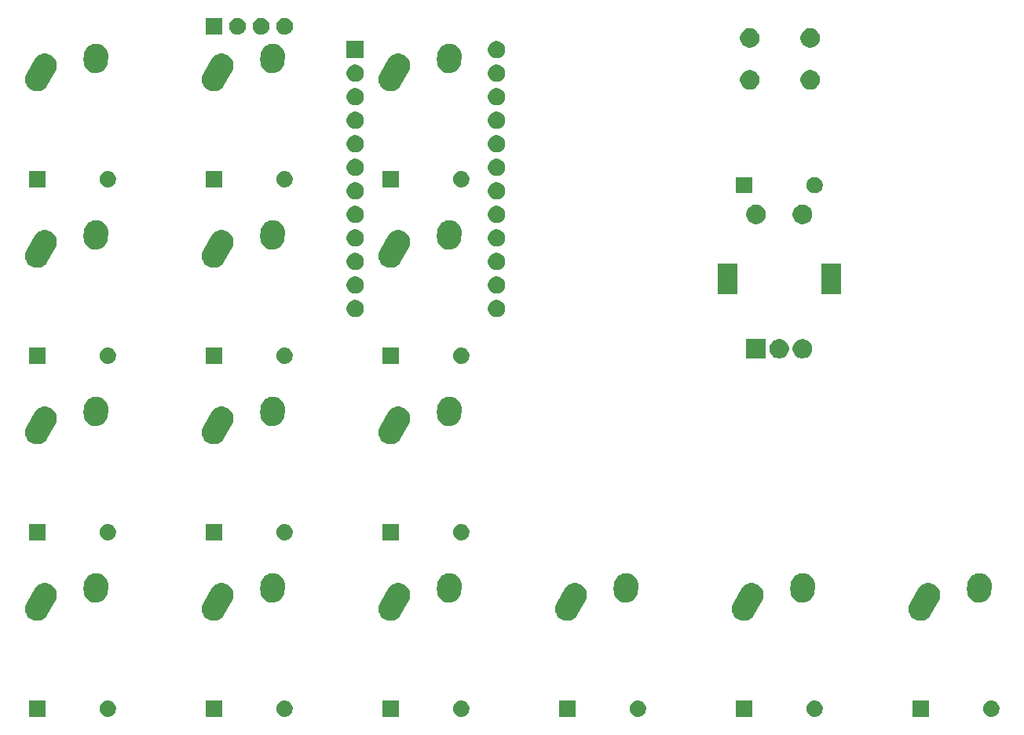
<source format=gbr>
G04 #@! TF.GenerationSoftware,KiCad,Pcbnew,(5.1.5)-3*
G04 #@! TF.CreationDate,2020-09-11T21:59:55+03:00*
G04 #@! TF.ProjectId,taro,7461726f-2e6b-4696-9361-645f70636258,rev?*
G04 #@! TF.SameCoordinates,Original*
G04 #@! TF.FileFunction,Soldermask,Bot*
G04 #@! TF.FilePolarity,Negative*
%FSLAX46Y46*%
G04 Gerber Fmt 4.6, Leading zero omitted, Abs format (unit mm)*
G04 Created by KiCad (PCBNEW (5.1.5)-3) date 2020-09-11 21:59:55*
%MOMM*%
%LPD*%
G04 APERTURE LIST*
%ADD10C,0.150000*%
G04 APERTURE END LIST*
D10*
G36*
X57955997Y-137570342D02*
G01*
X58040666Y-137587183D01*
X58106738Y-137614551D01*
X58200177Y-137653255D01*
X58343736Y-137749178D01*
X58465822Y-137871264D01*
X58561745Y-138014823D01*
X58627817Y-138174335D01*
X58661500Y-138343671D01*
X58661500Y-138516329D01*
X58627817Y-138685665D01*
X58561745Y-138845177D01*
X58465822Y-138988736D01*
X58343736Y-139110822D01*
X58200177Y-139206745D01*
X58106738Y-139245449D01*
X58040666Y-139272817D01*
X57955997Y-139289659D01*
X57871329Y-139306500D01*
X57698671Y-139306500D01*
X57614003Y-139289659D01*
X57529334Y-139272817D01*
X57463262Y-139245449D01*
X57369823Y-139206745D01*
X57226264Y-139110822D01*
X57104178Y-138988736D01*
X57008255Y-138845177D01*
X56942183Y-138685665D01*
X56908500Y-138516329D01*
X56908500Y-138343671D01*
X56942183Y-138174335D01*
X57008255Y-138014823D01*
X57104178Y-137871264D01*
X57226264Y-137749178D01*
X57369823Y-137653255D01*
X57463262Y-137614551D01*
X57529334Y-137587183D01*
X57614003Y-137570342D01*
X57698671Y-137553500D01*
X57871329Y-137553500D01*
X57955997Y-137570342D01*
G37*
G36*
X146291500Y-139306500D02*
G01*
X144538500Y-139306500D01*
X144538500Y-137553500D01*
X146291500Y-137553500D01*
X146291500Y-139306500D01*
G37*
G36*
X134155997Y-137570342D02*
G01*
X134240666Y-137587183D01*
X134306738Y-137614551D01*
X134400177Y-137653255D01*
X134543736Y-137749178D01*
X134665822Y-137871264D01*
X134761745Y-138014823D01*
X134827817Y-138174335D01*
X134861500Y-138343671D01*
X134861500Y-138516329D01*
X134827817Y-138685665D01*
X134761745Y-138845177D01*
X134665822Y-138988736D01*
X134543736Y-139110822D01*
X134400177Y-139206745D01*
X134306738Y-139245449D01*
X134240666Y-139272817D01*
X134155997Y-139289659D01*
X134071329Y-139306500D01*
X133898671Y-139306500D01*
X133814003Y-139289659D01*
X133729334Y-139272817D01*
X133663262Y-139245449D01*
X133569823Y-139206745D01*
X133426264Y-139110822D01*
X133304178Y-138988736D01*
X133208255Y-138845177D01*
X133142183Y-138685665D01*
X133108500Y-138516329D01*
X133108500Y-138343671D01*
X133142183Y-138174335D01*
X133208255Y-138014823D01*
X133304178Y-137871264D01*
X133426264Y-137749178D01*
X133569823Y-137653255D01*
X133663262Y-137614551D01*
X133729334Y-137587183D01*
X133814003Y-137570342D01*
X133898671Y-137553500D01*
X134071329Y-137553500D01*
X134155997Y-137570342D01*
G37*
G36*
X127241500Y-139306500D02*
G01*
X125488500Y-139306500D01*
X125488500Y-137553500D01*
X127241500Y-137553500D01*
X127241500Y-139306500D01*
G37*
G36*
X115105997Y-137570342D02*
G01*
X115190666Y-137587183D01*
X115256738Y-137614551D01*
X115350177Y-137653255D01*
X115493736Y-137749178D01*
X115615822Y-137871264D01*
X115711745Y-138014823D01*
X115777817Y-138174335D01*
X115811500Y-138343671D01*
X115811500Y-138516329D01*
X115777817Y-138685665D01*
X115711745Y-138845177D01*
X115615822Y-138988736D01*
X115493736Y-139110822D01*
X115350177Y-139206745D01*
X115256738Y-139245449D01*
X115190666Y-139272817D01*
X115105997Y-139289659D01*
X115021329Y-139306500D01*
X114848671Y-139306500D01*
X114764003Y-139289659D01*
X114679334Y-139272817D01*
X114613262Y-139245449D01*
X114519823Y-139206745D01*
X114376264Y-139110822D01*
X114254178Y-138988736D01*
X114158255Y-138845177D01*
X114092183Y-138685665D01*
X114058500Y-138516329D01*
X114058500Y-138343671D01*
X114092183Y-138174335D01*
X114158255Y-138014823D01*
X114254178Y-137871264D01*
X114376264Y-137749178D01*
X114519823Y-137653255D01*
X114613262Y-137614551D01*
X114679334Y-137587183D01*
X114764003Y-137570342D01*
X114848671Y-137553500D01*
X115021329Y-137553500D01*
X115105997Y-137570342D01*
G37*
G36*
X108191500Y-139306500D02*
G01*
X106438500Y-139306500D01*
X106438500Y-137553500D01*
X108191500Y-137553500D01*
X108191500Y-139306500D01*
G37*
G36*
X96055997Y-137570342D02*
G01*
X96140666Y-137587183D01*
X96206738Y-137614551D01*
X96300177Y-137653255D01*
X96443736Y-137749178D01*
X96565822Y-137871264D01*
X96661745Y-138014823D01*
X96727817Y-138174335D01*
X96761500Y-138343671D01*
X96761500Y-138516329D01*
X96727817Y-138685665D01*
X96661745Y-138845177D01*
X96565822Y-138988736D01*
X96443736Y-139110822D01*
X96300177Y-139206745D01*
X96206738Y-139245449D01*
X96140666Y-139272817D01*
X96055997Y-139289659D01*
X95971329Y-139306500D01*
X95798671Y-139306500D01*
X95714003Y-139289659D01*
X95629334Y-139272817D01*
X95563262Y-139245449D01*
X95469823Y-139206745D01*
X95326264Y-139110822D01*
X95204178Y-138988736D01*
X95108255Y-138845177D01*
X95042183Y-138685665D01*
X95008500Y-138516329D01*
X95008500Y-138343671D01*
X95042183Y-138174335D01*
X95108255Y-138014823D01*
X95204178Y-137871264D01*
X95326264Y-137749178D01*
X95469823Y-137653255D01*
X95563262Y-137614551D01*
X95629334Y-137587183D01*
X95714003Y-137570342D01*
X95798671Y-137553500D01*
X95971329Y-137553500D01*
X96055997Y-137570342D01*
G37*
G36*
X77005997Y-137570342D02*
G01*
X77090666Y-137587183D01*
X77156738Y-137614551D01*
X77250177Y-137653255D01*
X77393736Y-137749178D01*
X77515822Y-137871264D01*
X77611745Y-138014823D01*
X77677817Y-138174335D01*
X77711500Y-138343671D01*
X77711500Y-138516329D01*
X77677817Y-138685665D01*
X77611745Y-138845177D01*
X77515822Y-138988736D01*
X77393736Y-139110822D01*
X77250177Y-139206745D01*
X77156738Y-139245449D01*
X77090666Y-139272817D01*
X77005997Y-139289659D01*
X76921329Y-139306500D01*
X76748671Y-139306500D01*
X76664003Y-139289659D01*
X76579334Y-139272817D01*
X76513262Y-139245449D01*
X76419823Y-139206745D01*
X76276264Y-139110822D01*
X76154178Y-138988736D01*
X76058255Y-138845177D01*
X75992183Y-138685665D01*
X75958500Y-138516329D01*
X75958500Y-138343671D01*
X75992183Y-138174335D01*
X76058255Y-138014823D01*
X76154178Y-137871264D01*
X76276264Y-137749178D01*
X76419823Y-137653255D01*
X76513262Y-137614551D01*
X76579334Y-137587183D01*
X76664003Y-137570342D01*
X76748671Y-137553500D01*
X76921329Y-137553500D01*
X77005997Y-137570342D01*
G37*
G36*
X70091500Y-139306500D02*
G01*
X68338500Y-139306500D01*
X68338500Y-137553500D01*
X70091500Y-137553500D01*
X70091500Y-139306500D01*
G37*
G36*
X153205997Y-137570342D02*
G01*
X153290666Y-137587183D01*
X153356738Y-137614551D01*
X153450177Y-137653255D01*
X153593736Y-137749178D01*
X153715822Y-137871264D01*
X153811745Y-138014823D01*
X153877817Y-138174335D01*
X153911500Y-138343671D01*
X153911500Y-138516329D01*
X153877817Y-138685665D01*
X153811745Y-138845177D01*
X153715822Y-138988736D01*
X153593736Y-139110822D01*
X153450177Y-139206745D01*
X153356738Y-139245449D01*
X153290666Y-139272817D01*
X153205997Y-139289659D01*
X153121329Y-139306500D01*
X152948671Y-139306500D01*
X152864003Y-139289659D01*
X152779334Y-139272817D01*
X152713262Y-139245449D01*
X152619823Y-139206745D01*
X152476264Y-139110822D01*
X152354178Y-138988736D01*
X152258255Y-138845177D01*
X152192183Y-138685665D01*
X152158500Y-138516329D01*
X152158500Y-138343671D01*
X152192183Y-138174335D01*
X152258255Y-138014823D01*
X152354178Y-137871264D01*
X152476264Y-137749178D01*
X152619823Y-137653255D01*
X152713262Y-137614551D01*
X152779334Y-137587183D01*
X152864003Y-137570342D01*
X152948671Y-137553500D01*
X153121329Y-137553500D01*
X153205997Y-137570342D01*
G37*
G36*
X51041500Y-139306500D02*
G01*
X49288500Y-139306500D01*
X49288500Y-137553500D01*
X51041500Y-137553500D01*
X51041500Y-139306500D01*
G37*
G36*
X89141500Y-139306500D02*
G01*
X87388500Y-139306500D01*
X87388500Y-137553500D01*
X89141500Y-137553500D01*
X89141500Y-139306500D01*
G37*
G36*
X146374575Y-124876286D02*
G01*
X146625086Y-124930333D01*
X146758357Y-124988074D01*
X146860239Y-125032215D01*
X146971688Y-125109314D01*
X147070996Y-125178014D01*
X147070998Y-125178016D01*
X147249262Y-125362130D01*
X147388180Y-125577483D01*
X147482419Y-125815804D01*
X147515019Y-125994753D01*
X147528351Y-126067928D01*
X147524213Y-126324169D01*
X147470166Y-126574680D01*
X147393813Y-126750911D01*
X146520846Y-128322549D01*
X146411579Y-128480497D01*
X146411577Y-128480499D01*
X146227463Y-128658763D01*
X146042953Y-128777785D01*
X146012108Y-128797682D01*
X145989546Y-128806603D01*
X145773789Y-128891920D01*
X145594840Y-128924520D01*
X145521665Y-128937852D01*
X145265425Y-128933714D01*
X145014914Y-128879667D01*
X144881643Y-128821926D01*
X144779761Y-128777785D01*
X144668312Y-128700686D01*
X144569004Y-128631986D01*
X144569002Y-128631984D01*
X144390738Y-128447870D01*
X144251820Y-128232517D01*
X144157581Y-127994196D01*
X144124981Y-127815247D01*
X144111649Y-127742072D01*
X144115787Y-127485832D01*
X144169834Y-127235321D01*
X144246187Y-127059090D01*
X145119154Y-125487451D01*
X145228421Y-125329503D01*
X145228423Y-125329501D01*
X145412537Y-125151237D01*
X145627889Y-125012318D01*
X145866210Y-124918080D01*
X146045159Y-124885480D01*
X146118334Y-124872148D01*
X146374575Y-124876286D01*
G37*
G36*
X127324575Y-124876286D02*
G01*
X127575086Y-124930333D01*
X127708357Y-124988074D01*
X127810239Y-125032215D01*
X127921688Y-125109314D01*
X128020996Y-125178014D01*
X128020998Y-125178016D01*
X128199262Y-125362130D01*
X128338180Y-125577483D01*
X128432419Y-125815804D01*
X128465019Y-125994753D01*
X128478351Y-126067928D01*
X128474213Y-126324169D01*
X128420166Y-126574680D01*
X128343813Y-126750911D01*
X127470846Y-128322549D01*
X127361579Y-128480497D01*
X127361577Y-128480499D01*
X127177463Y-128658763D01*
X126992953Y-128777785D01*
X126962108Y-128797682D01*
X126939546Y-128806603D01*
X126723789Y-128891920D01*
X126544840Y-128924520D01*
X126471665Y-128937852D01*
X126215425Y-128933714D01*
X125964914Y-128879667D01*
X125831643Y-128821926D01*
X125729761Y-128777785D01*
X125618312Y-128700686D01*
X125519004Y-128631986D01*
X125519002Y-128631984D01*
X125340738Y-128447870D01*
X125201820Y-128232517D01*
X125107581Y-127994196D01*
X125074981Y-127815247D01*
X125061649Y-127742072D01*
X125065787Y-127485832D01*
X125119834Y-127235321D01*
X125196187Y-127059090D01*
X126069154Y-125487451D01*
X126178421Y-125329503D01*
X126178423Y-125329501D01*
X126362537Y-125151237D01*
X126577889Y-125012318D01*
X126816210Y-124918080D01*
X126995159Y-124885480D01*
X127068334Y-124872148D01*
X127324575Y-124876286D01*
G37*
G36*
X108274575Y-124876286D02*
G01*
X108525086Y-124930333D01*
X108658357Y-124988074D01*
X108760239Y-125032215D01*
X108871688Y-125109314D01*
X108970996Y-125178014D01*
X108970998Y-125178016D01*
X109149262Y-125362130D01*
X109288180Y-125577483D01*
X109382419Y-125815804D01*
X109415019Y-125994753D01*
X109428351Y-126067928D01*
X109424213Y-126324169D01*
X109370166Y-126574680D01*
X109293813Y-126750911D01*
X108420846Y-128322549D01*
X108311579Y-128480497D01*
X108311577Y-128480499D01*
X108127463Y-128658763D01*
X107942953Y-128777785D01*
X107912108Y-128797682D01*
X107889546Y-128806603D01*
X107673789Y-128891920D01*
X107494840Y-128924520D01*
X107421665Y-128937852D01*
X107165425Y-128933714D01*
X106914914Y-128879667D01*
X106781643Y-128821926D01*
X106679761Y-128777785D01*
X106568312Y-128700686D01*
X106469004Y-128631986D01*
X106469002Y-128631984D01*
X106290738Y-128447870D01*
X106151820Y-128232517D01*
X106057581Y-127994196D01*
X106024981Y-127815247D01*
X106011649Y-127742072D01*
X106015787Y-127485832D01*
X106069834Y-127235321D01*
X106146187Y-127059090D01*
X107019154Y-125487451D01*
X107128421Y-125329503D01*
X107128423Y-125329501D01*
X107312537Y-125151237D01*
X107527889Y-125012318D01*
X107766210Y-124918080D01*
X107945159Y-124885480D01*
X108018334Y-124872148D01*
X108274575Y-124876286D01*
G37*
G36*
X89224575Y-124876286D02*
G01*
X89475086Y-124930333D01*
X89608357Y-124988074D01*
X89710239Y-125032215D01*
X89821688Y-125109314D01*
X89920996Y-125178014D01*
X89920998Y-125178016D01*
X90099262Y-125362130D01*
X90238180Y-125577483D01*
X90332419Y-125815804D01*
X90365019Y-125994753D01*
X90378351Y-126067928D01*
X90374213Y-126324169D01*
X90320166Y-126574680D01*
X90243813Y-126750911D01*
X89370846Y-128322549D01*
X89261579Y-128480497D01*
X89261577Y-128480499D01*
X89077463Y-128658763D01*
X88892953Y-128777785D01*
X88862108Y-128797682D01*
X88839546Y-128806603D01*
X88623789Y-128891920D01*
X88444840Y-128924520D01*
X88371665Y-128937852D01*
X88115425Y-128933714D01*
X87864914Y-128879667D01*
X87731643Y-128821926D01*
X87629761Y-128777785D01*
X87518312Y-128700686D01*
X87419004Y-128631986D01*
X87419002Y-128631984D01*
X87240738Y-128447870D01*
X87101820Y-128232517D01*
X87007581Y-127994196D01*
X86974981Y-127815247D01*
X86961649Y-127742072D01*
X86965787Y-127485832D01*
X87019834Y-127235321D01*
X87096187Y-127059090D01*
X87969154Y-125487451D01*
X88078421Y-125329503D01*
X88078423Y-125329501D01*
X88262537Y-125151237D01*
X88477889Y-125012318D01*
X88716210Y-124918080D01*
X88895159Y-124885480D01*
X88968334Y-124872148D01*
X89224575Y-124876286D01*
G37*
G36*
X70174575Y-124876286D02*
G01*
X70425086Y-124930333D01*
X70558357Y-124988074D01*
X70660239Y-125032215D01*
X70771688Y-125109314D01*
X70870996Y-125178014D01*
X70870998Y-125178016D01*
X71049262Y-125362130D01*
X71188180Y-125577483D01*
X71282419Y-125815804D01*
X71315019Y-125994753D01*
X71328351Y-126067928D01*
X71324213Y-126324169D01*
X71270166Y-126574680D01*
X71193813Y-126750911D01*
X70320846Y-128322549D01*
X70211579Y-128480497D01*
X70211577Y-128480499D01*
X70027463Y-128658763D01*
X69842953Y-128777785D01*
X69812108Y-128797682D01*
X69789546Y-128806603D01*
X69573789Y-128891920D01*
X69394840Y-128924520D01*
X69321665Y-128937852D01*
X69065425Y-128933714D01*
X68814914Y-128879667D01*
X68681643Y-128821926D01*
X68579761Y-128777785D01*
X68468312Y-128700686D01*
X68369004Y-128631986D01*
X68369002Y-128631984D01*
X68190738Y-128447870D01*
X68051820Y-128232517D01*
X67957581Y-127994196D01*
X67924981Y-127815247D01*
X67911649Y-127742072D01*
X67915787Y-127485832D01*
X67969834Y-127235321D01*
X68046187Y-127059090D01*
X68919154Y-125487451D01*
X69028421Y-125329503D01*
X69028423Y-125329501D01*
X69212537Y-125151237D01*
X69427889Y-125012318D01*
X69666210Y-124918080D01*
X69845159Y-124885480D01*
X69918334Y-124872148D01*
X70174575Y-124876286D01*
G37*
G36*
X51124575Y-124876286D02*
G01*
X51375086Y-124930333D01*
X51508357Y-124988074D01*
X51610239Y-125032215D01*
X51721688Y-125109314D01*
X51820996Y-125178014D01*
X51820998Y-125178016D01*
X51999262Y-125362130D01*
X52138180Y-125577483D01*
X52232419Y-125815804D01*
X52265019Y-125994753D01*
X52278351Y-126067928D01*
X52274213Y-126324169D01*
X52220166Y-126574680D01*
X52143813Y-126750911D01*
X51270846Y-128322549D01*
X51161579Y-128480497D01*
X51161577Y-128480499D01*
X50977463Y-128658763D01*
X50792953Y-128777785D01*
X50762108Y-128797682D01*
X50739546Y-128806603D01*
X50523789Y-128891920D01*
X50344840Y-128924520D01*
X50271665Y-128937852D01*
X50015425Y-128933714D01*
X49764914Y-128879667D01*
X49631643Y-128821926D01*
X49529761Y-128777785D01*
X49418312Y-128700686D01*
X49319004Y-128631986D01*
X49319002Y-128631984D01*
X49140738Y-128447870D01*
X49001820Y-128232517D01*
X48907581Y-127994196D01*
X48874981Y-127815247D01*
X48861649Y-127742072D01*
X48865787Y-127485832D01*
X48919834Y-127235321D01*
X48996187Y-127059090D01*
X49869154Y-125487451D01*
X49978421Y-125329503D01*
X49978423Y-125329501D01*
X50162537Y-125151237D01*
X50377889Y-125012318D01*
X50616210Y-124918080D01*
X50795159Y-124885480D01*
X50868334Y-124872148D01*
X51124575Y-124876286D01*
G37*
G36*
X56856379Y-123833813D02*
G01*
X57095991Y-123924713D01*
X57313265Y-124060613D01*
X57499852Y-124236288D01*
X57611209Y-124392550D01*
X57648580Y-124444990D01*
X57753735Y-124678697D01*
X57753736Y-124678701D01*
X57811276Y-124928428D01*
X57817058Y-125120394D01*
X57802802Y-125329501D01*
X57768916Y-125826571D01*
X57737135Y-126015983D01*
X57646235Y-126255595D01*
X57602817Y-126325010D01*
X57510335Y-126472869D01*
X57334660Y-126659456D01*
X57178398Y-126770813D01*
X57125958Y-126808184D01*
X56892251Y-126913339D01*
X56892247Y-126913340D01*
X56642521Y-126970880D01*
X56386366Y-126978594D01*
X56386362Y-126978594D01*
X56133621Y-126936187D01*
X55894009Y-126845287D01*
X55676735Y-126709387D01*
X55623703Y-126659456D01*
X55490148Y-126533712D01*
X55378791Y-126377450D01*
X55341420Y-126325010D01*
X55236265Y-126091303D01*
X55178724Y-125841571D01*
X55177948Y-125815804D01*
X55172942Y-125649608D01*
X55221084Y-124943428D01*
X55233044Y-124872148D01*
X55252865Y-124754017D01*
X55343765Y-124514405D01*
X55479665Y-124297131D01*
X55536950Y-124236288D01*
X55655340Y-124110544D01*
X55811602Y-123999187D01*
X55864042Y-123961816D01*
X56097749Y-123856661D01*
X56097753Y-123856660D01*
X56347479Y-123799120D01*
X56603634Y-123791406D01*
X56603638Y-123791406D01*
X56856379Y-123833813D01*
G37*
G36*
X152106379Y-123833813D02*
G01*
X152345991Y-123924713D01*
X152563265Y-124060613D01*
X152749852Y-124236288D01*
X152861209Y-124392550D01*
X152898580Y-124444990D01*
X153003735Y-124678697D01*
X153003736Y-124678701D01*
X153061276Y-124928428D01*
X153067058Y-125120394D01*
X153052802Y-125329501D01*
X153018916Y-125826571D01*
X152987135Y-126015983D01*
X152896235Y-126255595D01*
X152852817Y-126325010D01*
X152760335Y-126472869D01*
X152584660Y-126659456D01*
X152428398Y-126770813D01*
X152375958Y-126808184D01*
X152142251Y-126913339D01*
X152142247Y-126913340D01*
X151892521Y-126970880D01*
X151636366Y-126978594D01*
X151636362Y-126978594D01*
X151383621Y-126936187D01*
X151144009Y-126845287D01*
X150926735Y-126709387D01*
X150873703Y-126659456D01*
X150740148Y-126533712D01*
X150628791Y-126377450D01*
X150591420Y-126325010D01*
X150486265Y-126091303D01*
X150428724Y-125841571D01*
X150427948Y-125815804D01*
X150422942Y-125649608D01*
X150471084Y-124943428D01*
X150483044Y-124872148D01*
X150502865Y-124754017D01*
X150593765Y-124514405D01*
X150729665Y-124297131D01*
X150786950Y-124236288D01*
X150905340Y-124110544D01*
X151061602Y-123999187D01*
X151114042Y-123961816D01*
X151347749Y-123856661D01*
X151347753Y-123856660D01*
X151597479Y-123799120D01*
X151853634Y-123791406D01*
X151853638Y-123791406D01*
X152106379Y-123833813D01*
G37*
G36*
X133056379Y-123833813D02*
G01*
X133295991Y-123924713D01*
X133513265Y-124060613D01*
X133699852Y-124236288D01*
X133811209Y-124392550D01*
X133848580Y-124444990D01*
X133953735Y-124678697D01*
X133953736Y-124678701D01*
X134011276Y-124928428D01*
X134017058Y-125120394D01*
X134002802Y-125329501D01*
X133968916Y-125826571D01*
X133937135Y-126015983D01*
X133846235Y-126255595D01*
X133802817Y-126325010D01*
X133710335Y-126472869D01*
X133534660Y-126659456D01*
X133378398Y-126770813D01*
X133325958Y-126808184D01*
X133092251Y-126913339D01*
X133092247Y-126913340D01*
X132842521Y-126970880D01*
X132586366Y-126978594D01*
X132586362Y-126978594D01*
X132333621Y-126936187D01*
X132094009Y-126845287D01*
X131876735Y-126709387D01*
X131823703Y-126659456D01*
X131690148Y-126533712D01*
X131578791Y-126377450D01*
X131541420Y-126325010D01*
X131436265Y-126091303D01*
X131378724Y-125841571D01*
X131377948Y-125815804D01*
X131372942Y-125649608D01*
X131421084Y-124943428D01*
X131433044Y-124872148D01*
X131452865Y-124754017D01*
X131543765Y-124514405D01*
X131679665Y-124297131D01*
X131736950Y-124236288D01*
X131855340Y-124110544D01*
X132011602Y-123999187D01*
X132064042Y-123961816D01*
X132297749Y-123856661D01*
X132297753Y-123856660D01*
X132547479Y-123799120D01*
X132803634Y-123791406D01*
X132803638Y-123791406D01*
X133056379Y-123833813D01*
G37*
G36*
X94956379Y-123833813D02*
G01*
X95195991Y-123924713D01*
X95413265Y-124060613D01*
X95599852Y-124236288D01*
X95711209Y-124392550D01*
X95748580Y-124444990D01*
X95853735Y-124678697D01*
X95853736Y-124678701D01*
X95911276Y-124928428D01*
X95917058Y-125120394D01*
X95902802Y-125329501D01*
X95868916Y-125826571D01*
X95837135Y-126015983D01*
X95746235Y-126255595D01*
X95702817Y-126325010D01*
X95610335Y-126472869D01*
X95434660Y-126659456D01*
X95278398Y-126770813D01*
X95225958Y-126808184D01*
X94992251Y-126913339D01*
X94992247Y-126913340D01*
X94742521Y-126970880D01*
X94486366Y-126978594D01*
X94486362Y-126978594D01*
X94233621Y-126936187D01*
X93994009Y-126845287D01*
X93776735Y-126709387D01*
X93723703Y-126659456D01*
X93590148Y-126533712D01*
X93478791Y-126377450D01*
X93441420Y-126325010D01*
X93336265Y-126091303D01*
X93278724Y-125841571D01*
X93277948Y-125815804D01*
X93272942Y-125649608D01*
X93321084Y-124943428D01*
X93333044Y-124872148D01*
X93352865Y-124754017D01*
X93443765Y-124514405D01*
X93579665Y-124297131D01*
X93636950Y-124236288D01*
X93755340Y-124110544D01*
X93911602Y-123999187D01*
X93964042Y-123961816D01*
X94197749Y-123856661D01*
X94197753Y-123856660D01*
X94447479Y-123799120D01*
X94703634Y-123791406D01*
X94703638Y-123791406D01*
X94956379Y-123833813D01*
G37*
G36*
X114006379Y-123833813D02*
G01*
X114245991Y-123924713D01*
X114463265Y-124060613D01*
X114649852Y-124236288D01*
X114761209Y-124392550D01*
X114798580Y-124444990D01*
X114903735Y-124678697D01*
X114903736Y-124678701D01*
X114961276Y-124928428D01*
X114967058Y-125120394D01*
X114952802Y-125329501D01*
X114918916Y-125826571D01*
X114887135Y-126015983D01*
X114796235Y-126255595D01*
X114752817Y-126325010D01*
X114660335Y-126472869D01*
X114484660Y-126659456D01*
X114328398Y-126770813D01*
X114275958Y-126808184D01*
X114042251Y-126913339D01*
X114042247Y-126913340D01*
X113792521Y-126970880D01*
X113536366Y-126978594D01*
X113536362Y-126978594D01*
X113283621Y-126936187D01*
X113044009Y-126845287D01*
X112826735Y-126709387D01*
X112773703Y-126659456D01*
X112640148Y-126533712D01*
X112528791Y-126377450D01*
X112491420Y-126325010D01*
X112386265Y-126091303D01*
X112328724Y-125841571D01*
X112327948Y-125815804D01*
X112322942Y-125649608D01*
X112371084Y-124943428D01*
X112383044Y-124872148D01*
X112402865Y-124754017D01*
X112493765Y-124514405D01*
X112629665Y-124297131D01*
X112686950Y-124236288D01*
X112805340Y-124110544D01*
X112961602Y-123999187D01*
X113014042Y-123961816D01*
X113247749Y-123856661D01*
X113247753Y-123856660D01*
X113497479Y-123799120D01*
X113753634Y-123791406D01*
X113753638Y-123791406D01*
X114006379Y-123833813D01*
G37*
G36*
X75906379Y-123833813D02*
G01*
X76145991Y-123924713D01*
X76363265Y-124060613D01*
X76549852Y-124236288D01*
X76661209Y-124392550D01*
X76698580Y-124444990D01*
X76803735Y-124678697D01*
X76803736Y-124678701D01*
X76861276Y-124928428D01*
X76867058Y-125120394D01*
X76852802Y-125329501D01*
X76818916Y-125826571D01*
X76787135Y-126015983D01*
X76696235Y-126255595D01*
X76652817Y-126325010D01*
X76560335Y-126472869D01*
X76384660Y-126659456D01*
X76228398Y-126770813D01*
X76175958Y-126808184D01*
X75942251Y-126913339D01*
X75942247Y-126913340D01*
X75692521Y-126970880D01*
X75436366Y-126978594D01*
X75436362Y-126978594D01*
X75183621Y-126936187D01*
X74944009Y-126845287D01*
X74726735Y-126709387D01*
X74673703Y-126659456D01*
X74540148Y-126533712D01*
X74428791Y-126377450D01*
X74391420Y-126325010D01*
X74286265Y-126091303D01*
X74228724Y-125841571D01*
X74227948Y-125815804D01*
X74222942Y-125649608D01*
X74271084Y-124943428D01*
X74283044Y-124872148D01*
X74302865Y-124754017D01*
X74393765Y-124514405D01*
X74529665Y-124297131D01*
X74586950Y-124236288D01*
X74705340Y-124110544D01*
X74861602Y-123999187D01*
X74914042Y-123961816D01*
X75147749Y-123856661D01*
X75147753Y-123856660D01*
X75397479Y-123799120D01*
X75653634Y-123791406D01*
X75653638Y-123791406D01*
X75906379Y-123833813D01*
G37*
G36*
X89141500Y-120256500D02*
G01*
X87388500Y-120256500D01*
X87388500Y-118503500D01*
X89141500Y-118503500D01*
X89141500Y-120256500D01*
G37*
G36*
X96055997Y-118520342D02*
G01*
X96140666Y-118537183D01*
X96206738Y-118564551D01*
X96300177Y-118603255D01*
X96443736Y-118699178D01*
X96565822Y-118821264D01*
X96661745Y-118964823D01*
X96727817Y-119124335D01*
X96761500Y-119293671D01*
X96761500Y-119466329D01*
X96727817Y-119635665D01*
X96661745Y-119795177D01*
X96565822Y-119938736D01*
X96443736Y-120060822D01*
X96300177Y-120156745D01*
X96206738Y-120195449D01*
X96140666Y-120222817D01*
X96055997Y-120239659D01*
X95971329Y-120256500D01*
X95798671Y-120256500D01*
X95714003Y-120239659D01*
X95629334Y-120222817D01*
X95563262Y-120195449D01*
X95469823Y-120156745D01*
X95326264Y-120060822D01*
X95204178Y-119938736D01*
X95108255Y-119795177D01*
X95042183Y-119635665D01*
X95008500Y-119466329D01*
X95008500Y-119293671D01*
X95042183Y-119124335D01*
X95108255Y-118964823D01*
X95204178Y-118821264D01*
X95326264Y-118699178D01*
X95469823Y-118603255D01*
X95563262Y-118564551D01*
X95629334Y-118537183D01*
X95714003Y-118520342D01*
X95798671Y-118503500D01*
X95971329Y-118503500D01*
X96055997Y-118520342D01*
G37*
G36*
X57955997Y-118520342D02*
G01*
X58040666Y-118537183D01*
X58106738Y-118564551D01*
X58200177Y-118603255D01*
X58343736Y-118699178D01*
X58465822Y-118821264D01*
X58561745Y-118964823D01*
X58627817Y-119124335D01*
X58661500Y-119293671D01*
X58661500Y-119466329D01*
X58627817Y-119635665D01*
X58561745Y-119795177D01*
X58465822Y-119938736D01*
X58343736Y-120060822D01*
X58200177Y-120156745D01*
X58106738Y-120195449D01*
X58040666Y-120222817D01*
X57955997Y-120239659D01*
X57871329Y-120256500D01*
X57698671Y-120256500D01*
X57614003Y-120239659D01*
X57529334Y-120222817D01*
X57463262Y-120195449D01*
X57369823Y-120156745D01*
X57226264Y-120060822D01*
X57104178Y-119938736D01*
X57008255Y-119795177D01*
X56942183Y-119635665D01*
X56908500Y-119466329D01*
X56908500Y-119293671D01*
X56942183Y-119124335D01*
X57008255Y-118964823D01*
X57104178Y-118821264D01*
X57226264Y-118699178D01*
X57369823Y-118603255D01*
X57463262Y-118564551D01*
X57529334Y-118537183D01*
X57614003Y-118520342D01*
X57698671Y-118503500D01*
X57871329Y-118503500D01*
X57955997Y-118520342D01*
G37*
G36*
X77005997Y-118520342D02*
G01*
X77090666Y-118537183D01*
X77156738Y-118564551D01*
X77250177Y-118603255D01*
X77393736Y-118699178D01*
X77515822Y-118821264D01*
X77611745Y-118964823D01*
X77677817Y-119124335D01*
X77711500Y-119293671D01*
X77711500Y-119466329D01*
X77677817Y-119635665D01*
X77611745Y-119795177D01*
X77515822Y-119938736D01*
X77393736Y-120060822D01*
X77250177Y-120156745D01*
X77156738Y-120195449D01*
X77090666Y-120222817D01*
X77005997Y-120239659D01*
X76921329Y-120256500D01*
X76748671Y-120256500D01*
X76664003Y-120239659D01*
X76579334Y-120222817D01*
X76513262Y-120195449D01*
X76419823Y-120156745D01*
X76276264Y-120060822D01*
X76154178Y-119938736D01*
X76058255Y-119795177D01*
X75992183Y-119635665D01*
X75958500Y-119466329D01*
X75958500Y-119293671D01*
X75992183Y-119124335D01*
X76058255Y-118964823D01*
X76154178Y-118821264D01*
X76276264Y-118699178D01*
X76419823Y-118603255D01*
X76513262Y-118564551D01*
X76579334Y-118537183D01*
X76664003Y-118520342D01*
X76748671Y-118503500D01*
X76921329Y-118503500D01*
X77005997Y-118520342D01*
G37*
G36*
X70091500Y-120256500D02*
G01*
X68338500Y-120256500D01*
X68338500Y-118503500D01*
X70091500Y-118503500D01*
X70091500Y-120256500D01*
G37*
G36*
X51041500Y-120256500D02*
G01*
X49288500Y-120256500D01*
X49288500Y-118503500D01*
X51041500Y-118503500D01*
X51041500Y-120256500D01*
G37*
G36*
X89224575Y-105826286D02*
G01*
X89475086Y-105880333D01*
X89608357Y-105938074D01*
X89710239Y-105982215D01*
X89821688Y-106059314D01*
X89920996Y-106128014D01*
X89920998Y-106128016D01*
X90099262Y-106312130D01*
X90238180Y-106527483D01*
X90332419Y-106765804D01*
X90365019Y-106944753D01*
X90378351Y-107017928D01*
X90374213Y-107274169D01*
X90320166Y-107524680D01*
X90243813Y-107700911D01*
X89370846Y-109272549D01*
X89261579Y-109430497D01*
X89261577Y-109430499D01*
X89077463Y-109608763D01*
X88892953Y-109727785D01*
X88862108Y-109747682D01*
X88839546Y-109756603D01*
X88623789Y-109841920D01*
X88444840Y-109874520D01*
X88371665Y-109887852D01*
X88115425Y-109883714D01*
X87864914Y-109829667D01*
X87731643Y-109771926D01*
X87629761Y-109727785D01*
X87518312Y-109650686D01*
X87419004Y-109581986D01*
X87419002Y-109581984D01*
X87240738Y-109397870D01*
X87101820Y-109182517D01*
X87007581Y-108944196D01*
X86974981Y-108765247D01*
X86961649Y-108692072D01*
X86965787Y-108435832D01*
X87019834Y-108185321D01*
X87096187Y-108009090D01*
X87969154Y-106437451D01*
X88078421Y-106279503D01*
X88078423Y-106279501D01*
X88262537Y-106101237D01*
X88477889Y-105962318D01*
X88716210Y-105868080D01*
X88895159Y-105835480D01*
X88968334Y-105822148D01*
X89224575Y-105826286D01*
G37*
G36*
X51124575Y-105826286D02*
G01*
X51375086Y-105880333D01*
X51508357Y-105938074D01*
X51610239Y-105982215D01*
X51721688Y-106059314D01*
X51820996Y-106128014D01*
X51820998Y-106128016D01*
X51999262Y-106312130D01*
X52138180Y-106527483D01*
X52232419Y-106765804D01*
X52265019Y-106944753D01*
X52278351Y-107017928D01*
X52274213Y-107274169D01*
X52220166Y-107524680D01*
X52143813Y-107700911D01*
X51270846Y-109272549D01*
X51161579Y-109430497D01*
X51161577Y-109430499D01*
X50977463Y-109608763D01*
X50792953Y-109727785D01*
X50762108Y-109747682D01*
X50739546Y-109756603D01*
X50523789Y-109841920D01*
X50344840Y-109874520D01*
X50271665Y-109887852D01*
X50015425Y-109883714D01*
X49764914Y-109829667D01*
X49631643Y-109771926D01*
X49529761Y-109727785D01*
X49418312Y-109650686D01*
X49319004Y-109581986D01*
X49319002Y-109581984D01*
X49140738Y-109397870D01*
X49001820Y-109182517D01*
X48907581Y-108944196D01*
X48874981Y-108765247D01*
X48861649Y-108692072D01*
X48865787Y-108435832D01*
X48919834Y-108185321D01*
X48996187Y-108009090D01*
X49869154Y-106437451D01*
X49978421Y-106279503D01*
X49978423Y-106279501D01*
X50162537Y-106101237D01*
X50377889Y-105962318D01*
X50616210Y-105868080D01*
X50795159Y-105835480D01*
X50868334Y-105822148D01*
X51124575Y-105826286D01*
G37*
G36*
X70174575Y-105826286D02*
G01*
X70425086Y-105880333D01*
X70558357Y-105938074D01*
X70660239Y-105982215D01*
X70771688Y-106059314D01*
X70870996Y-106128014D01*
X70870998Y-106128016D01*
X71049262Y-106312130D01*
X71188180Y-106527483D01*
X71282419Y-106765804D01*
X71315019Y-106944753D01*
X71328351Y-107017928D01*
X71324213Y-107274169D01*
X71270166Y-107524680D01*
X71193813Y-107700911D01*
X70320846Y-109272549D01*
X70211579Y-109430497D01*
X70211577Y-109430499D01*
X70027463Y-109608763D01*
X69842953Y-109727785D01*
X69812108Y-109747682D01*
X69789546Y-109756603D01*
X69573789Y-109841920D01*
X69394840Y-109874520D01*
X69321665Y-109887852D01*
X69065425Y-109883714D01*
X68814914Y-109829667D01*
X68681643Y-109771926D01*
X68579761Y-109727785D01*
X68468312Y-109650686D01*
X68369004Y-109581986D01*
X68369002Y-109581984D01*
X68190738Y-109397870D01*
X68051820Y-109182517D01*
X67957581Y-108944196D01*
X67924981Y-108765247D01*
X67911649Y-108692072D01*
X67915787Y-108435832D01*
X67969834Y-108185321D01*
X68046187Y-108009090D01*
X68919154Y-106437451D01*
X69028421Y-106279503D01*
X69028423Y-106279501D01*
X69212537Y-106101237D01*
X69427889Y-105962318D01*
X69666210Y-105868080D01*
X69845159Y-105835480D01*
X69918334Y-105822148D01*
X70174575Y-105826286D01*
G37*
G36*
X56856379Y-104783813D02*
G01*
X57095991Y-104874713D01*
X57313265Y-105010613D01*
X57499852Y-105186288D01*
X57611209Y-105342550D01*
X57648580Y-105394990D01*
X57753735Y-105628697D01*
X57753736Y-105628701D01*
X57811276Y-105878428D01*
X57817058Y-106070394D01*
X57802802Y-106279501D01*
X57768916Y-106776571D01*
X57737135Y-106965983D01*
X57646235Y-107205595D01*
X57602817Y-107275010D01*
X57510335Y-107422869D01*
X57334660Y-107609456D01*
X57178398Y-107720813D01*
X57125958Y-107758184D01*
X56892251Y-107863339D01*
X56892247Y-107863340D01*
X56642521Y-107920880D01*
X56386366Y-107928594D01*
X56386362Y-107928594D01*
X56133621Y-107886187D01*
X55894009Y-107795287D01*
X55676735Y-107659387D01*
X55623703Y-107609456D01*
X55490148Y-107483712D01*
X55378791Y-107327450D01*
X55341420Y-107275010D01*
X55236265Y-107041303D01*
X55178724Y-106791571D01*
X55177948Y-106765804D01*
X55172942Y-106599608D01*
X55221084Y-105893428D01*
X55233044Y-105822148D01*
X55252865Y-105704017D01*
X55343765Y-105464405D01*
X55479665Y-105247131D01*
X55536950Y-105186288D01*
X55655340Y-105060544D01*
X55811602Y-104949187D01*
X55864042Y-104911816D01*
X56097749Y-104806661D01*
X56097753Y-104806660D01*
X56347479Y-104749120D01*
X56603634Y-104741406D01*
X56603638Y-104741406D01*
X56856379Y-104783813D01*
G37*
G36*
X75906379Y-104783813D02*
G01*
X76145991Y-104874713D01*
X76363265Y-105010613D01*
X76549852Y-105186288D01*
X76661209Y-105342550D01*
X76698580Y-105394990D01*
X76803735Y-105628697D01*
X76803736Y-105628701D01*
X76861276Y-105878428D01*
X76867058Y-106070394D01*
X76852802Y-106279501D01*
X76818916Y-106776571D01*
X76787135Y-106965983D01*
X76696235Y-107205595D01*
X76652817Y-107275010D01*
X76560335Y-107422869D01*
X76384660Y-107609456D01*
X76228398Y-107720813D01*
X76175958Y-107758184D01*
X75942251Y-107863339D01*
X75942247Y-107863340D01*
X75692521Y-107920880D01*
X75436366Y-107928594D01*
X75436362Y-107928594D01*
X75183621Y-107886187D01*
X74944009Y-107795287D01*
X74726735Y-107659387D01*
X74673703Y-107609456D01*
X74540148Y-107483712D01*
X74428791Y-107327450D01*
X74391420Y-107275010D01*
X74286265Y-107041303D01*
X74228724Y-106791571D01*
X74227948Y-106765804D01*
X74222942Y-106599608D01*
X74271084Y-105893428D01*
X74283044Y-105822148D01*
X74302865Y-105704017D01*
X74393765Y-105464405D01*
X74529665Y-105247131D01*
X74586950Y-105186288D01*
X74705340Y-105060544D01*
X74861602Y-104949187D01*
X74914042Y-104911816D01*
X75147749Y-104806661D01*
X75147753Y-104806660D01*
X75397479Y-104749120D01*
X75653634Y-104741406D01*
X75653638Y-104741406D01*
X75906379Y-104783813D01*
G37*
G36*
X94956379Y-104783813D02*
G01*
X95195991Y-104874713D01*
X95413265Y-105010613D01*
X95599852Y-105186288D01*
X95711209Y-105342550D01*
X95748580Y-105394990D01*
X95853735Y-105628697D01*
X95853736Y-105628701D01*
X95911276Y-105878428D01*
X95917058Y-106070394D01*
X95902802Y-106279501D01*
X95868916Y-106776571D01*
X95837135Y-106965983D01*
X95746235Y-107205595D01*
X95702817Y-107275010D01*
X95610335Y-107422869D01*
X95434660Y-107609456D01*
X95278398Y-107720813D01*
X95225958Y-107758184D01*
X94992251Y-107863339D01*
X94992247Y-107863340D01*
X94742521Y-107920880D01*
X94486366Y-107928594D01*
X94486362Y-107928594D01*
X94233621Y-107886187D01*
X93994009Y-107795287D01*
X93776735Y-107659387D01*
X93723703Y-107609456D01*
X93590148Y-107483712D01*
X93478791Y-107327450D01*
X93441420Y-107275010D01*
X93336265Y-107041303D01*
X93278724Y-106791571D01*
X93277948Y-106765804D01*
X93272942Y-106599608D01*
X93321084Y-105893428D01*
X93333044Y-105822148D01*
X93352865Y-105704017D01*
X93443765Y-105464405D01*
X93579665Y-105247131D01*
X93636950Y-105186288D01*
X93755340Y-105060544D01*
X93911602Y-104949187D01*
X93964042Y-104911816D01*
X94197749Y-104806661D01*
X94197753Y-104806660D01*
X94447479Y-104749120D01*
X94703634Y-104741406D01*
X94703638Y-104741406D01*
X94956379Y-104783813D01*
G37*
G36*
X77005997Y-99470342D02*
G01*
X77090666Y-99487183D01*
X77156738Y-99514551D01*
X77250177Y-99553255D01*
X77393736Y-99649178D01*
X77515822Y-99771264D01*
X77611745Y-99914823D01*
X77677817Y-100074335D01*
X77711500Y-100243671D01*
X77711500Y-100416329D01*
X77677817Y-100585665D01*
X77611745Y-100745177D01*
X77515822Y-100888736D01*
X77393736Y-101010822D01*
X77250177Y-101106745D01*
X77156738Y-101145449D01*
X77090666Y-101172817D01*
X77005997Y-101189659D01*
X76921329Y-101206500D01*
X76748671Y-101206500D01*
X76664003Y-101189659D01*
X76579334Y-101172817D01*
X76513262Y-101145449D01*
X76419823Y-101106745D01*
X76276264Y-101010822D01*
X76154178Y-100888736D01*
X76058255Y-100745177D01*
X75992183Y-100585665D01*
X75958500Y-100416329D01*
X75958500Y-100243671D01*
X75992183Y-100074335D01*
X76058255Y-99914823D01*
X76154178Y-99771264D01*
X76276264Y-99649178D01*
X76419823Y-99553255D01*
X76513262Y-99514551D01*
X76579334Y-99487183D01*
X76664003Y-99470341D01*
X76748671Y-99453500D01*
X76921329Y-99453500D01*
X77005997Y-99470342D01*
G37*
G36*
X51041500Y-101206500D02*
G01*
X49288500Y-101206500D01*
X49288500Y-99453500D01*
X51041500Y-99453500D01*
X51041500Y-101206500D01*
G37*
G36*
X57955997Y-99470342D02*
G01*
X58040666Y-99487183D01*
X58106738Y-99514551D01*
X58200177Y-99553255D01*
X58343736Y-99649178D01*
X58465822Y-99771264D01*
X58561745Y-99914823D01*
X58627817Y-100074335D01*
X58661500Y-100243671D01*
X58661500Y-100416329D01*
X58627817Y-100585665D01*
X58561745Y-100745177D01*
X58465822Y-100888736D01*
X58343736Y-101010822D01*
X58200177Y-101106745D01*
X58106738Y-101145449D01*
X58040666Y-101172817D01*
X57955997Y-101189659D01*
X57871329Y-101206500D01*
X57698671Y-101206500D01*
X57614003Y-101189659D01*
X57529334Y-101172817D01*
X57463262Y-101145449D01*
X57369823Y-101106745D01*
X57226264Y-101010822D01*
X57104178Y-100888736D01*
X57008255Y-100745177D01*
X56942183Y-100585665D01*
X56908500Y-100416329D01*
X56908500Y-100243671D01*
X56942183Y-100074335D01*
X57008255Y-99914823D01*
X57104178Y-99771264D01*
X57226264Y-99649178D01*
X57369823Y-99553255D01*
X57463262Y-99514551D01*
X57529334Y-99487183D01*
X57614003Y-99470341D01*
X57698671Y-99453500D01*
X57871329Y-99453500D01*
X57955997Y-99470342D01*
G37*
G36*
X70091500Y-101206500D02*
G01*
X68338500Y-101206500D01*
X68338500Y-99453500D01*
X70091500Y-99453500D01*
X70091500Y-101206500D01*
G37*
G36*
X89141500Y-101206500D02*
G01*
X87388500Y-101206500D01*
X87388500Y-99453500D01*
X89141500Y-99453500D01*
X89141500Y-101206500D01*
G37*
G36*
X96055997Y-99470342D02*
G01*
X96140666Y-99487183D01*
X96206738Y-99514551D01*
X96300177Y-99553255D01*
X96443736Y-99649178D01*
X96565822Y-99771264D01*
X96661745Y-99914823D01*
X96727817Y-100074335D01*
X96761500Y-100243671D01*
X96761500Y-100416329D01*
X96727817Y-100585665D01*
X96661745Y-100745177D01*
X96565822Y-100888736D01*
X96443736Y-101010822D01*
X96300177Y-101106745D01*
X96206738Y-101145449D01*
X96140666Y-101172817D01*
X96055997Y-101189659D01*
X95971329Y-101206500D01*
X95798671Y-101206500D01*
X95714003Y-101189659D01*
X95629334Y-101172817D01*
X95563262Y-101145449D01*
X95469823Y-101106745D01*
X95326264Y-101010822D01*
X95204178Y-100888736D01*
X95108255Y-100745177D01*
X95042183Y-100585665D01*
X95008500Y-100416329D01*
X95008500Y-100243671D01*
X95042183Y-100074335D01*
X95108255Y-99914823D01*
X95204178Y-99771264D01*
X95326264Y-99649178D01*
X95469823Y-99553255D01*
X95563262Y-99514551D01*
X95629334Y-99487183D01*
X95714003Y-99470341D01*
X95798671Y-99453500D01*
X95971329Y-99453500D01*
X96055997Y-99470342D01*
G37*
G36*
X128726000Y-100626000D02*
G01*
X126624000Y-100626000D01*
X126624000Y-98524000D01*
X128726000Y-98524000D01*
X128726000Y-100626000D01*
G37*
G36*
X132981564Y-98564389D02*
G01*
X133172833Y-98643615D01*
X133172835Y-98643616D01*
X133344973Y-98758635D01*
X133491365Y-98905027D01*
X133606385Y-99077167D01*
X133685611Y-99268436D01*
X133726000Y-99471484D01*
X133726000Y-99678516D01*
X133685611Y-99881564D01*
X133606385Y-100072833D01*
X133606384Y-100072835D01*
X133491365Y-100244973D01*
X133344973Y-100391365D01*
X133172835Y-100506384D01*
X133172834Y-100506385D01*
X133172833Y-100506385D01*
X132981564Y-100585611D01*
X132778516Y-100626000D01*
X132571484Y-100626000D01*
X132368436Y-100585611D01*
X132177167Y-100506385D01*
X132177166Y-100506385D01*
X132177165Y-100506384D01*
X132005027Y-100391365D01*
X131858635Y-100244973D01*
X131743616Y-100072835D01*
X131743615Y-100072833D01*
X131664389Y-99881564D01*
X131624000Y-99678516D01*
X131624000Y-99471484D01*
X131664389Y-99268436D01*
X131743615Y-99077167D01*
X131858635Y-98905027D01*
X132005027Y-98758635D01*
X132177165Y-98643616D01*
X132177167Y-98643615D01*
X132368436Y-98564389D01*
X132571484Y-98524000D01*
X132778516Y-98524000D01*
X132981564Y-98564389D01*
G37*
G36*
X130481564Y-98564389D02*
G01*
X130672833Y-98643615D01*
X130672835Y-98643616D01*
X130844973Y-98758635D01*
X130991365Y-98905027D01*
X131106385Y-99077167D01*
X131185611Y-99268436D01*
X131226000Y-99471484D01*
X131226000Y-99678516D01*
X131185611Y-99881564D01*
X131106385Y-100072833D01*
X131106384Y-100072835D01*
X130991365Y-100244973D01*
X130844973Y-100391365D01*
X130672835Y-100506384D01*
X130672834Y-100506385D01*
X130672833Y-100506385D01*
X130481564Y-100585611D01*
X130278516Y-100626000D01*
X130071484Y-100626000D01*
X129868436Y-100585611D01*
X129677167Y-100506385D01*
X129677166Y-100506385D01*
X129677165Y-100506384D01*
X129505027Y-100391365D01*
X129358635Y-100244973D01*
X129243616Y-100072835D01*
X129243615Y-100072833D01*
X129164389Y-99881564D01*
X129124000Y-99678516D01*
X129124000Y-99471484D01*
X129164389Y-99268436D01*
X129243615Y-99077167D01*
X129358635Y-98905027D01*
X129505027Y-98758635D01*
X129677165Y-98643616D01*
X129677167Y-98643615D01*
X129868436Y-98564389D01*
X130071484Y-98524000D01*
X130278516Y-98524000D01*
X130481564Y-98564389D01*
G37*
G36*
X99965483Y-94358335D02*
G01*
X100134240Y-94428236D01*
X100286118Y-94529718D01*
X100415282Y-94658882D01*
X100516764Y-94810760D01*
X100586665Y-94979517D01*
X100622300Y-95158668D01*
X100622300Y-95341332D01*
X100586665Y-95520483D01*
X100516764Y-95689240D01*
X100415282Y-95841118D01*
X100286118Y-95970282D01*
X100134240Y-96071764D01*
X99965483Y-96141665D01*
X99786332Y-96177300D01*
X99603668Y-96177300D01*
X99424517Y-96141665D01*
X99255760Y-96071764D01*
X99103882Y-95970282D01*
X98974718Y-95841118D01*
X98873236Y-95689240D01*
X98803335Y-95520483D01*
X98767700Y-95341332D01*
X98767700Y-95158668D01*
X98803335Y-94979517D01*
X98873236Y-94810760D01*
X98974718Y-94658882D01*
X99103882Y-94529718D01*
X99255760Y-94428236D01*
X99424517Y-94358335D01*
X99603668Y-94322700D01*
X99786332Y-94322700D01*
X99965483Y-94358335D01*
G37*
G36*
X84725483Y-94358335D02*
G01*
X84894240Y-94428236D01*
X85046118Y-94529718D01*
X85175282Y-94658882D01*
X85276764Y-94810760D01*
X85346665Y-94979517D01*
X85382300Y-95158668D01*
X85382300Y-95341332D01*
X85346665Y-95520483D01*
X85276764Y-95689240D01*
X85175282Y-95841118D01*
X85046118Y-95970282D01*
X84894240Y-96071764D01*
X84725483Y-96141665D01*
X84546332Y-96177300D01*
X84363668Y-96177300D01*
X84184517Y-96141665D01*
X84015760Y-96071764D01*
X83863882Y-95970282D01*
X83734718Y-95841118D01*
X83633236Y-95689240D01*
X83563335Y-95520483D01*
X83527700Y-95341332D01*
X83527700Y-95158668D01*
X83563335Y-94979517D01*
X83633236Y-94810760D01*
X83734718Y-94658882D01*
X83863882Y-94529718D01*
X84015760Y-94428236D01*
X84184517Y-94358335D01*
X84363668Y-94322700D01*
X84546332Y-94322700D01*
X84725483Y-94358335D01*
G37*
G36*
X125626000Y-93726000D02*
G01*
X123524000Y-93726000D01*
X123524000Y-90424000D01*
X125626000Y-90424000D01*
X125626000Y-93726000D01*
G37*
G36*
X136826000Y-93726000D02*
G01*
X134724000Y-93726000D01*
X134724000Y-90424000D01*
X136826000Y-90424000D01*
X136826000Y-93726000D01*
G37*
G36*
X84725483Y-91818335D02*
G01*
X84894240Y-91888236D01*
X85046118Y-91989718D01*
X85175282Y-92118882D01*
X85276764Y-92270760D01*
X85346665Y-92439517D01*
X85382300Y-92618668D01*
X85382300Y-92801332D01*
X85346665Y-92980483D01*
X85276764Y-93149240D01*
X85175282Y-93301118D01*
X85046118Y-93430282D01*
X84894240Y-93531764D01*
X84725483Y-93601665D01*
X84546332Y-93637300D01*
X84363668Y-93637300D01*
X84184517Y-93601665D01*
X84015760Y-93531764D01*
X83863882Y-93430282D01*
X83734718Y-93301118D01*
X83633236Y-93149240D01*
X83563335Y-92980483D01*
X83527700Y-92801332D01*
X83527700Y-92618668D01*
X83563335Y-92439517D01*
X83633236Y-92270760D01*
X83734718Y-92118882D01*
X83863882Y-91989718D01*
X84015760Y-91888236D01*
X84184517Y-91818335D01*
X84363668Y-91782700D01*
X84546332Y-91782700D01*
X84725483Y-91818335D01*
G37*
G36*
X99965483Y-91818335D02*
G01*
X100134240Y-91888236D01*
X100286118Y-91989718D01*
X100415282Y-92118882D01*
X100516764Y-92270760D01*
X100586665Y-92439517D01*
X100622300Y-92618668D01*
X100622300Y-92801332D01*
X100586665Y-92980483D01*
X100516764Y-93149240D01*
X100415282Y-93301118D01*
X100286118Y-93430282D01*
X100134240Y-93531764D01*
X99965483Y-93601665D01*
X99786332Y-93637300D01*
X99603668Y-93637300D01*
X99424517Y-93601665D01*
X99255760Y-93531764D01*
X99103882Y-93430282D01*
X98974718Y-93301118D01*
X98873236Y-93149240D01*
X98803335Y-92980483D01*
X98767700Y-92801332D01*
X98767700Y-92618668D01*
X98803335Y-92439517D01*
X98873236Y-92270760D01*
X98974718Y-92118882D01*
X99103882Y-91989718D01*
X99255760Y-91888236D01*
X99424517Y-91818335D01*
X99603668Y-91782700D01*
X99786332Y-91782700D01*
X99965483Y-91818335D01*
G37*
G36*
X99965483Y-89278335D02*
G01*
X100134240Y-89348236D01*
X100286118Y-89449718D01*
X100415282Y-89578882D01*
X100516764Y-89730760D01*
X100586665Y-89899517D01*
X100622300Y-90078668D01*
X100622300Y-90261332D01*
X100586665Y-90440483D01*
X100516764Y-90609240D01*
X100415282Y-90761118D01*
X100286118Y-90890282D01*
X100134240Y-90991764D01*
X99965483Y-91061665D01*
X99786332Y-91097300D01*
X99603668Y-91097300D01*
X99424517Y-91061665D01*
X99255760Y-90991764D01*
X99103882Y-90890282D01*
X98974718Y-90761118D01*
X98873236Y-90609240D01*
X98803335Y-90440483D01*
X98767700Y-90261332D01*
X98767700Y-90078668D01*
X98803335Y-89899517D01*
X98873236Y-89730760D01*
X98974718Y-89578882D01*
X99103882Y-89449718D01*
X99255760Y-89348236D01*
X99424517Y-89278335D01*
X99603668Y-89242700D01*
X99786332Y-89242700D01*
X99965483Y-89278335D01*
G37*
G36*
X84725483Y-89278335D02*
G01*
X84894240Y-89348236D01*
X85046118Y-89449718D01*
X85175282Y-89578882D01*
X85276764Y-89730760D01*
X85346665Y-89899517D01*
X85382300Y-90078668D01*
X85382300Y-90261332D01*
X85346665Y-90440483D01*
X85276764Y-90609240D01*
X85175282Y-90761118D01*
X85046118Y-90890282D01*
X84894240Y-90991764D01*
X84725483Y-91061665D01*
X84546332Y-91097300D01*
X84363668Y-91097300D01*
X84184517Y-91061665D01*
X84015760Y-90991764D01*
X83863882Y-90890282D01*
X83734718Y-90761118D01*
X83633236Y-90609240D01*
X83563335Y-90440483D01*
X83527700Y-90261332D01*
X83527700Y-90078668D01*
X83563335Y-89899517D01*
X83633236Y-89730760D01*
X83734718Y-89578882D01*
X83863882Y-89449718D01*
X84015760Y-89348236D01*
X84184517Y-89278335D01*
X84363668Y-89242700D01*
X84546332Y-89242700D01*
X84725483Y-89278335D01*
G37*
G36*
X51124575Y-86776286D02*
G01*
X51375086Y-86830333D01*
X51508357Y-86888074D01*
X51610239Y-86932215D01*
X51721688Y-87009314D01*
X51820996Y-87078014D01*
X51820998Y-87078016D01*
X51999262Y-87262130D01*
X52138180Y-87477483D01*
X52232419Y-87715804D01*
X52265019Y-87894753D01*
X52278351Y-87967928D01*
X52274213Y-88224169D01*
X52220166Y-88474680D01*
X52143813Y-88650911D01*
X51270846Y-90222549D01*
X51161579Y-90380497D01*
X51161577Y-90380499D01*
X50977463Y-90558763D01*
X50792953Y-90677785D01*
X50762108Y-90697682D01*
X50739546Y-90706603D01*
X50523789Y-90791920D01*
X50344840Y-90824520D01*
X50271665Y-90837852D01*
X50015425Y-90833714D01*
X49764914Y-90779667D01*
X49631643Y-90721926D01*
X49529761Y-90677785D01*
X49418312Y-90600686D01*
X49319004Y-90531986D01*
X49319002Y-90531984D01*
X49140738Y-90347870D01*
X49001820Y-90132517D01*
X48907581Y-89894196D01*
X48874981Y-89715247D01*
X48861649Y-89642072D01*
X48865787Y-89385832D01*
X48919834Y-89135321D01*
X48996187Y-88959090D01*
X49869154Y-87387451D01*
X49978421Y-87229503D01*
X49978423Y-87229501D01*
X50162537Y-87051237D01*
X50377889Y-86912318D01*
X50616210Y-86818080D01*
X50795159Y-86785480D01*
X50868334Y-86772148D01*
X51124575Y-86776286D01*
G37*
G36*
X70174575Y-86776286D02*
G01*
X70425086Y-86830333D01*
X70558357Y-86888074D01*
X70660239Y-86932215D01*
X70771688Y-87009314D01*
X70870996Y-87078014D01*
X70870998Y-87078016D01*
X71049262Y-87262130D01*
X71188180Y-87477483D01*
X71282419Y-87715804D01*
X71315019Y-87894753D01*
X71328351Y-87967928D01*
X71324213Y-88224169D01*
X71270166Y-88474680D01*
X71193813Y-88650911D01*
X70320846Y-90222549D01*
X70211579Y-90380497D01*
X70211577Y-90380499D01*
X70027463Y-90558763D01*
X69842953Y-90677785D01*
X69812108Y-90697682D01*
X69789546Y-90706603D01*
X69573789Y-90791920D01*
X69394840Y-90824520D01*
X69321665Y-90837852D01*
X69065425Y-90833714D01*
X68814914Y-90779667D01*
X68681643Y-90721926D01*
X68579761Y-90677785D01*
X68468312Y-90600686D01*
X68369004Y-90531986D01*
X68369002Y-90531984D01*
X68190738Y-90347870D01*
X68051820Y-90132517D01*
X67957581Y-89894196D01*
X67924981Y-89715247D01*
X67911649Y-89642072D01*
X67915787Y-89385832D01*
X67969834Y-89135321D01*
X68046187Y-88959090D01*
X68919154Y-87387451D01*
X69028421Y-87229503D01*
X69028423Y-87229501D01*
X69212537Y-87051237D01*
X69427889Y-86912318D01*
X69666210Y-86818080D01*
X69845159Y-86785480D01*
X69918334Y-86772148D01*
X70174575Y-86776286D01*
G37*
G36*
X89224575Y-86776286D02*
G01*
X89475086Y-86830333D01*
X89608357Y-86888074D01*
X89710239Y-86932215D01*
X89821688Y-87009314D01*
X89920996Y-87078014D01*
X89920998Y-87078016D01*
X90099262Y-87262130D01*
X90238180Y-87477483D01*
X90332419Y-87715804D01*
X90365019Y-87894753D01*
X90378351Y-87967928D01*
X90374213Y-88224169D01*
X90320166Y-88474680D01*
X90243813Y-88650911D01*
X89370846Y-90222549D01*
X89261579Y-90380497D01*
X89261577Y-90380499D01*
X89077463Y-90558763D01*
X88892953Y-90677785D01*
X88862108Y-90697682D01*
X88839546Y-90706603D01*
X88623789Y-90791920D01*
X88444840Y-90824520D01*
X88371665Y-90837852D01*
X88115425Y-90833714D01*
X87864914Y-90779667D01*
X87731643Y-90721926D01*
X87629761Y-90677785D01*
X87518312Y-90600686D01*
X87419004Y-90531986D01*
X87419002Y-90531984D01*
X87240738Y-90347870D01*
X87101820Y-90132517D01*
X87007581Y-89894196D01*
X86974981Y-89715247D01*
X86961649Y-89642072D01*
X86965787Y-89385832D01*
X87019834Y-89135321D01*
X87096187Y-88959090D01*
X87969154Y-87387451D01*
X88078421Y-87229503D01*
X88078423Y-87229501D01*
X88262537Y-87051237D01*
X88477889Y-86912318D01*
X88716210Y-86818080D01*
X88895159Y-86785480D01*
X88968334Y-86772148D01*
X89224575Y-86776286D01*
G37*
G36*
X75906379Y-85733813D02*
G01*
X76145991Y-85824713D01*
X76285166Y-85911764D01*
X76363265Y-85960613D01*
X76549852Y-86136288D01*
X76661209Y-86292550D01*
X76698580Y-86344990D01*
X76803735Y-86578697D01*
X76803736Y-86578701D01*
X76861276Y-86828428D01*
X76867058Y-87020394D01*
X76855443Y-87190760D01*
X76818916Y-87726571D01*
X76787135Y-87915983D01*
X76696235Y-88155595D01*
X76652817Y-88225010D01*
X76560335Y-88372869D01*
X76384660Y-88559456D01*
X76228398Y-88670813D01*
X76175958Y-88708184D01*
X75942251Y-88813339D01*
X75942247Y-88813340D01*
X75692521Y-88870880D01*
X75436366Y-88878594D01*
X75436362Y-88878594D01*
X75183621Y-88836187D01*
X74944009Y-88745287D01*
X74726735Y-88609387D01*
X74673703Y-88559456D01*
X74540148Y-88433712D01*
X74428791Y-88277450D01*
X74391420Y-88225010D01*
X74286265Y-87991303D01*
X74228724Y-87741571D01*
X74228272Y-87726571D01*
X74222942Y-87549608D01*
X74271084Y-86843428D01*
X74283044Y-86772148D01*
X74302865Y-86654017D01*
X74393765Y-86414405D01*
X74529665Y-86197131D01*
X74586950Y-86136288D01*
X74705340Y-86010544D01*
X74872578Y-85891365D01*
X74914042Y-85861816D01*
X75147749Y-85756661D01*
X75147753Y-85756660D01*
X75397479Y-85699120D01*
X75653634Y-85691406D01*
X75653638Y-85691406D01*
X75906379Y-85733813D01*
G37*
G36*
X94956379Y-85733813D02*
G01*
X95195991Y-85824713D01*
X95335166Y-85911764D01*
X95413265Y-85960613D01*
X95599852Y-86136288D01*
X95711209Y-86292550D01*
X95748580Y-86344990D01*
X95853735Y-86578697D01*
X95853736Y-86578701D01*
X95911276Y-86828428D01*
X95917058Y-87020394D01*
X95905443Y-87190760D01*
X95868916Y-87726571D01*
X95837135Y-87915983D01*
X95746235Y-88155595D01*
X95702817Y-88225010D01*
X95610335Y-88372869D01*
X95434660Y-88559456D01*
X95278398Y-88670813D01*
X95225958Y-88708184D01*
X94992251Y-88813339D01*
X94992247Y-88813340D01*
X94742521Y-88870880D01*
X94486366Y-88878594D01*
X94486362Y-88878594D01*
X94233621Y-88836187D01*
X93994009Y-88745287D01*
X93776735Y-88609387D01*
X93723703Y-88559456D01*
X93590148Y-88433712D01*
X93478791Y-88277450D01*
X93441420Y-88225010D01*
X93336265Y-87991303D01*
X93278724Y-87741571D01*
X93278272Y-87726571D01*
X93272942Y-87549608D01*
X93321084Y-86843428D01*
X93333044Y-86772148D01*
X93352865Y-86654017D01*
X93443765Y-86414405D01*
X93579665Y-86197131D01*
X93636950Y-86136288D01*
X93755340Y-86010544D01*
X93922578Y-85891365D01*
X93964042Y-85861816D01*
X94197749Y-85756661D01*
X94197753Y-85756660D01*
X94447479Y-85699120D01*
X94703634Y-85691406D01*
X94703638Y-85691406D01*
X94956379Y-85733813D01*
G37*
G36*
X56856379Y-85733813D02*
G01*
X57095991Y-85824713D01*
X57235166Y-85911764D01*
X57313265Y-85960613D01*
X57499852Y-86136288D01*
X57611209Y-86292550D01*
X57648580Y-86344990D01*
X57753735Y-86578697D01*
X57753736Y-86578701D01*
X57811276Y-86828428D01*
X57817058Y-87020394D01*
X57805443Y-87190760D01*
X57768916Y-87726571D01*
X57737135Y-87915983D01*
X57646235Y-88155595D01*
X57602817Y-88225010D01*
X57510335Y-88372869D01*
X57334660Y-88559456D01*
X57178398Y-88670813D01*
X57125958Y-88708184D01*
X56892251Y-88813339D01*
X56892247Y-88813340D01*
X56642521Y-88870880D01*
X56386366Y-88878594D01*
X56386362Y-88878594D01*
X56133621Y-88836187D01*
X55894009Y-88745287D01*
X55676735Y-88609387D01*
X55623703Y-88559456D01*
X55490148Y-88433712D01*
X55378791Y-88277450D01*
X55341420Y-88225010D01*
X55236265Y-87991303D01*
X55178724Y-87741571D01*
X55178272Y-87726571D01*
X55172942Y-87549608D01*
X55221084Y-86843428D01*
X55233044Y-86772148D01*
X55252865Y-86654017D01*
X55343765Y-86414405D01*
X55479665Y-86197131D01*
X55536950Y-86136288D01*
X55655340Y-86010544D01*
X55822578Y-85891365D01*
X55864042Y-85861816D01*
X56097749Y-85756661D01*
X56097753Y-85756660D01*
X56347479Y-85699120D01*
X56603634Y-85691406D01*
X56603638Y-85691406D01*
X56856379Y-85733813D01*
G37*
G36*
X84725483Y-86738335D02*
G01*
X84894240Y-86808236D01*
X85046118Y-86909718D01*
X85175282Y-87038882D01*
X85276764Y-87190760D01*
X85346665Y-87359517D01*
X85382300Y-87538668D01*
X85382300Y-87721332D01*
X85346665Y-87900483D01*
X85276764Y-88069240D01*
X85175282Y-88221118D01*
X85046118Y-88350282D01*
X84894240Y-88451764D01*
X84725483Y-88521665D01*
X84546332Y-88557300D01*
X84363668Y-88557300D01*
X84184517Y-88521665D01*
X84015760Y-88451764D01*
X83863882Y-88350282D01*
X83734718Y-88221118D01*
X83633236Y-88069240D01*
X83563335Y-87900483D01*
X83527700Y-87721332D01*
X83527700Y-87538668D01*
X83563335Y-87359517D01*
X83633236Y-87190760D01*
X83734718Y-87038882D01*
X83863882Y-86909718D01*
X84015760Y-86808236D01*
X84184517Y-86738335D01*
X84363668Y-86702700D01*
X84546332Y-86702700D01*
X84725483Y-86738335D01*
G37*
G36*
X99965483Y-86738335D02*
G01*
X100134240Y-86808236D01*
X100286118Y-86909718D01*
X100415282Y-87038882D01*
X100516764Y-87190760D01*
X100586665Y-87359517D01*
X100622300Y-87538668D01*
X100622300Y-87721332D01*
X100586665Y-87900483D01*
X100516764Y-88069240D01*
X100415282Y-88221118D01*
X100286118Y-88350282D01*
X100134240Y-88451764D01*
X99965483Y-88521665D01*
X99786332Y-88557300D01*
X99603668Y-88557300D01*
X99424517Y-88521665D01*
X99255760Y-88451764D01*
X99103882Y-88350282D01*
X98974718Y-88221118D01*
X98873236Y-88069240D01*
X98803335Y-87900483D01*
X98767700Y-87721332D01*
X98767700Y-87538668D01*
X98803335Y-87359517D01*
X98873236Y-87190760D01*
X98974718Y-87038882D01*
X99103882Y-86909718D01*
X99255760Y-86808236D01*
X99424517Y-86738335D01*
X99603668Y-86702700D01*
X99786332Y-86702700D01*
X99965483Y-86738335D01*
G37*
G36*
X127981564Y-84064389D02*
G01*
X128172833Y-84143615D01*
X128172835Y-84143616D01*
X128344973Y-84258635D01*
X128491365Y-84405027D01*
X128606385Y-84577167D01*
X128685611Y-84768436D01*
X128726000Y-84971484D01*
X128726000Y-85178516D01*
X128685611Y-85381564D01*
X128624441Y-85529241D01*
X128606384Y-85572835D01*
X128491365Y-85744973D01*
X128344973Y-85891365D01*
X128172835Y-86006384D01*
X128172834Y-86006385D01*
X128172833Y-86006385D01*
X127981564Y-86085611D01*
X127778516Y-86126000D01*
X127571484Y-86126000D01*
X127368436Y-86085611D01*
X127177167Y-86006385D01*
X127177166Y-86006385D01*
X127177165Y-86006384D01*
X127005027Y-85891365D01*
X126858635Y-85744973D01*
X126743616Y-85572835D01*
X126725559Y-85529241D01*
X126664389Y-85381564D01*
X126624000Y-85178516D01*
X126624000Y-84971484D01*
X126664389Y-84768436D01*
X126743615Y-84577167D01*
X126858635Y-84405027D01*
X127005027Y-84258635D01*
X127177165Y-84143616D01*
X127177167Y-84143615D01*
X127368436Y-84064389D01*
X127571484Y-84024000D01*
X127778516Y-84024000D01*
X127981564Y-84064389D01*
G37*
G36*
X132981564Y-84064389D02*
G01*
X133172833Y-84143615D01*
X133172835Y-84143616D01*
X133344973Y-84258635D01*
X133491365Y-84405027D01*
X133606385Y-84577167D01*
X133685611Y-84768436D01*
X133726000Y-84971484D01*
X133726000Y-85178516D01*
X133685611Y-85381564D01*
X133624441Y-85529241D01*
X133606384Y-85572835D01*
X133491365Y-85744973D01*
X133344973Y-85891365D01*
X133172835Y-86006384D01*
X133172834Y-86006385D01*
X133172833Y-86006385D01*
X132981564Y-86085611D01*
X132778516Y-86126000D01*
X132571484Y-86126000D01*
X132368436Y-86085611D01*
X132177167Y-86006385D01*
X132177166Y-86006385D01*
X132177165Y-86006384D01*
X132005027Y-85891365D01*
X131858635Y-85744973D01*
X131743616Y-85572835D01*
X131725559Y-85529241D01*
X131664389Y-85381564D01*
X131624000Y-85178516D01*
X131624000Y-84971484D01*
X131664389Y-84768436D01*
X131743615Y-84577167D01*
X131858635Y-84405027D01*
X132005027Y-84258635D01*
X132177165Y-84143616D01*
X132177167Y-84143615D01*
X132368436Y-84064389D01*
X132571484Y-84024000D01*
X132778516Y-84024000D01*
X132981564Y-84064389D01*
G37*
G36*
X99965483Y-84198335D02*
G01*
X100134240Y-84268236D01*
X100286118Y-84369718D01*
X100415282Y-84498882D01*
X100516764Y-84650760D01*
X100586665Y-84819517D01*
X100622300Y-84998668D01*
X100622300Y-85181332D01*
X100586665Y-85360483D01*
X100516764Y-85529240D01*
X100415282Y-85681118D01*
X100286118Y-85810282D01*
X100134240Y-85911764D01*
X99965483Y-85981665D01*
X99786332Y-86017300D01*
X99603668Y-86017300D01*
X99424517Y-85981665D01*
X99255760Y-85911764D01*
X99103882Y-85810282D01*
X98974718Y-85681118D01*
X98873236Y-85529240D01*
X98803335Y-85360483D01*
X98767700Y-85181332D01*
X98767700Y-84998668D01*
X98803335Y-84819517D01*
X98873236Y-84650760D01*
X98974718Y-84498882D01*
X99103882Y-84369718D01*
X99255760Y-84268236D01*
X99424517Y-84198335D01*
X99603668Y-84162700D01*
X99786332Y-84162700D01*
X99965483Y-84198335D01*
G37*
G36*
X84725483Y-84198335D02*
G01*
X84894240Y-84268236D01*
X85046118Y-84369718D01*
X85175282Y-84498882D01*
X85276764Y-84650760D01*
X85346665Y-84819517D01*
X85382300Y-84998668D01*
X85382300Y-85181332D01*
X85346665Y-85360483D01*
X85276764Y-85529240D01*
X85175282Y-85681118D01*
X85046118Y-85810282D01*
X84894240Y-85911764D01*
X84725483Y-85981665D01*
X84546332Y-86017300D01*
X84363668Y-86017300D01*
X84184517Y-85981665D01*
X84015760Y-85911764D01*
X83863882Y-85810282D01*
X83734718Y-85681118D01*
X83633236Y-85529240D01*
X83563335Y-85360483D01*
X83527700Y-85181332D01*
X83527700Y-84998668D01*
X83563335Y-84819517D01*
X83633236Y-84650760D01*
X83734718Y-84498882D01*
X83863882Y-84369718D01*
X84015760Y-84268236D01*
X84184517Y-84198335D01*
X84363668Y-84162700D01*
X84546332Y-84162700D01*
X84725483Y-84198335D01*
G37*
G36*
X99965483Y-81658335D02*
G01*
X100134240Y-81728236D01*
X100286118Y-81829718D01*
X100415282Y-81958882D01*
X100516764Y-82110760D01*
X100586665Y-82279517D01*
X100622300Y-82458668D01*
X100622300Y-82641332D01*
X100586665Y-82820483D01*
X100516764Y-82989240D01*
X100415282Y-83141118D01*
X100286118Y-83270282D01*
X100134240Y-83371764D01*
X99965483Y-83441665D01*
X99786332Y-83477300D01*
X99603668Y-83477300D01*
X99424517Y-83441665D01*
X99255760Y-83371764D01*
X99103882Y-83270282D01*
X98974718Y-83141118D01*
X98873236Y-82989240D01*
X98803335Y-82820483D01*
X98767700Y-82641332D01*
X98767700Y-82458668D01*
X98803335Y-82279517D01*
X98873236Y-82110760D01*
X98974718Y-81958882D01*
X99103882Y-81829718D01*
X99255760Y-81728236D01*
X99424517Y-81658335D01*
X99603668Y-81622700D01*
X99786332Y-81622700D01*
X99965483Y-81658335D01*
G37*
G36*
X84725483Y-81658335D02*
G01*
X84894240Y-81728236D01*
X85046118Y-81829718D01*
X85175282Y-81958882D01*
X85276764Y-82110760D01*
X85346665Y-82279517D01*
X85382300Y-82458668D01*
X85382300Y-82641332D01*
X85346665Y-82820483D01*
X85276764Y-82989240D01*
X85175282Y-83141118D01*
X85046118Y-83270282D01*
X84894240Y-83371764D01*
X84725483Y-83441665D01*
X84546332Y-83477300D01*
X84363668Y-83477300D01*
X84184517Y-83441665D01*
X84015760Y-83371764D01*
X83863882Y-83270282D01*
X83734718Y-83141118D01*
X83633236Y-82989240D01*
X83563335Y-82820483D01*
X83527700Y-82641332D01*
X83527700Y-82458668D01*
X83563335Y-82279517D01*
X83633236Y-82110760D01*
X83734718Y-81958882D01*
X83863882Y-81829718D01*
X84015760Y-81728236D01*
X84184517Y-81658335D01*
X84363668Y-81622700D01*
X84546332Y-81622700D01*
X84725483Y-81658335D01*
G37*
G36*
X127241500Y-82791500D02*
G01*
X125488500Y-82791500D01*
X125488500Y-81038500D01*
X127241500Y-81038500D01*
X127241500Y-82791500D01*
G37*
G36*
X134155997Y-81055342D02*
G01*
X134240666Y-81072183D01*
X134306738Y-81099551D01*
X134400177Y-81138255D01*
X134543736Y-81234178D01*
X134665822Y-81356264D01*
X134761745Y-81499823D01*
X134800449Y-81593262D01*
X134827817Y-81659334D01*
X134834947Y-81695178D01*
X134861500Y-81828671D01*
X134861500Y-82001329D01*
X134827817Y-82170665D01*
X134761745Y-82330177D01*
X134665822Y-82473736D01*
X134543736Y-82595822D01*
X134400177Y-82691745D01*
X134306738Y-82730449D01*
X134240666Y-82757817D01*
X134155997Y-82774659D01*
X134071329Y-82791500D01*
X133898671Y-82791500D01*
X133814003Y-82774659D01*
X133729334Y-82757817D01*
X133663262Y-82730449D01*
X133569823Y-82691745D01*
X133426264Y-82595822D01*
X133304178Y-82473736D01*
X133208255Y-82330177D01*
X133142183Y-82170665D01*
X133108500Y-82001329D01*
X133108500Y-81828671D01*
X133135053Y-81695178D01*
X133142183Y-81659334D01*
X133169551Y-81593262D01*
X133208255Y-81499823D01*
X133304178Y-81356264D01*
X133426264Y-81234178D01*
X133569823Y-81138255D01*
X133663262Y-81099551D01*
X133729334Y-81072183D01*
X133814003Y-81055342D01*
X133898671Y-81038500D01*
X134071329Y-81038500D01*
X134155997Y-81055342D01*
G37*
G36*
X96055997Y-80420342D02*
G01*
X96140666Y-80437183D01*
X96169776Y-80449241D01*
X96300177Y-80503255D01*
X96443736Y-80599178D01*
X96565822Y-80721264D01*
X96661745Y-80864823D01*
X96677005Y-80901665D01*
X96727817Y-81024334D01*
X96761500Y-81193672D01*
X96761500Y-81366328D01*
X96734947Y-81499823D01*
X96727817Y-81535665D01*
X96661745Y-81695177D01*
X96565822Y-81838736D01*
X96443736Y-81960822D01*
X96300177Y-82056745D01*
X96206738Y-82095449D01*
X96140666Y-82122817D01*
X96055997Y-82139658D01*
X95971329Y-82156500D01*
X95798671Y-82156500D01*
X95714003Y-82139658D01*
X95629334Y-82122817D01*
X95563262Y-82095449D01*
X95469823Y-82056745D01*
X95326264Y-81960822D01*
X95204178Y-81838736D01*
X95108255Y-81695177D01*
X95042183Y-81535665D01*
X95035054Y-81499823D01*
X95008500Y-81366328D01*
X95008500Y-81193672D01*
X95042183Y-81024334D01*
X95092995Y-80901665D01*
X95108255Y-80864823D01*
X95204178Y-80721264D01*
X95326264Y-80599178D01*
X95469823Y-80503255D01*
X95600224Y-80449241D01*
X95629334Y-80437183D01*
X95714003Y-80420342D01*
X95798671Y-80403500D01*
X95971329Y-80403500D01*
X96055997Y-80420342D01*
G37*
G36*
X89141500Y-82156500D02*
G01*
X87388500Y-82156500D01*
X87388500Y-80403500D01*
X89141500Y-80403500D01*
X89141500Y-82156500D01*
G37*
G36*
X57955997Y-80420342D02*
G01*
X58040666Y-80437183D01*
X58069776Y-80449241D01*
X58200177Y-80503255D01*
X58343736Y-80599178D01*
X58465822Y-80721264D01*
X58561745Y-80864823D01*
X58577005Y-80901665D01*
X58627817Y-81024334D01*
X58661500Y-81193672D01*
X58661500Y-81366328D01*
X58634947Y-81499823D01*
X58627817Y-81535665D01*
X58561745Y-81695177D01*
X58465822Y-81838736D01*
X58343736Y-81960822D01*
X58200177Y-82056745D01*
X58106738Y-82095449D01*
X58040666Y-82122817D01*
X57955997Y-82139658D01*
X57871329Y-82156500D01*
X57698671Y-82156500D01*
X57614003Y-82139658D01*
X57529334Y-82122817D01*
X57463262Y-82095449D01*
X57369823Y-82056745D01*
X57226264Y-81960822D01*
X57104178Y-81838736D01*
X57008255Y-81695177D01*
X56942183Y-81535665D01*
X56935054Y-81499823D01*
X56908500Y-81366328D01*
X56908500Y-81193672D01*
X56942183Y-81024334D01*
X56992995Y-80901665D01*
X57008255Y-80864823D01*
X57104178Y-80721264D01*
X57226264Y-80599178D01*
X57369823Y-80503255D01*
X57500224Y-80449241D01*
X57529334Y-80437183D01*
X57614003Y-80420342D01*
X57698671Y-80403500D01*
X57871329Y-80403500D01*
X57955997Y-80420342D01*
G37*
G36*
X51041500Y-82156500D02*
G01*
X49288500Y-82156500D01*
X49288500Y-80403500D01*
X51041500Y-80403500D01*
X51041500Y-82156500D01*
G37*
G36*
X77005997Y-80420342D02*
G01*
X77090666Y-80437183D01*
X77119776Y-80449241D01*
X77250177Y-80503255D01*
X77393736Y-80599178D01*
X77515822Y-80721264D01*
X77611745Y-80864823D01*
X77627005Y-80901665D01*
X77677817Y-81024334D01*
X77711500Y-81193672D01*
X77711500Y-81366328D01*
X77684947Y-81499823D01*
X77677817Y-81535665D01*
X77611745Y-81695177D01*
X77515822Y-81838736D01*
X77393736Y-81960822D01*
X77250177Y-82056745D01*
X77156738Y-82095449D01*
X77090666Y-82122817D01*
X77005997Y-82139658D01*
X76921329Y-82156500D01*
X76748671Y-82156500D01*
X76664003Y-82139658D01*
X76579334Y-82122817D01*
X76513262Y-82095449D01*
X76419823Y-82056745D01*
X76276264Y-81960822D01*
X76154178Y-81838736D01*
X76058255Y-81695177D01*
X75992183Y-81535665D01*
X75985054Y-81499823D01*
X75958500Y-81366328D01*
X75958500Y-81193672D01*
X75992183Y-81024334D01*
X76042995Y-80901665D01*
X76058255Y-80864823D01*
X76154178Y-80721264D01*
X76276264Y-80599178D01*
X76419823Y-80503255D01*
X76550224Y-80449241D01*
X76579334Y-80437183D01*
X76664003Y-80420342D01*
X76748671Y-80403500D01*
X76921329Y-80403500D01*
X77005997Y-80420342D01*
G37*
G36*
X70091500Y-82156500D02*
G01*
X68338500Y-82156500D01*
X68338500Y-80403500D01*
X70091500Y-80403500D01*
X70091500Y-82156500D01*
G37*
G36*
X99965483Y-79118335D02*
G01*
X100134240Y-79188236D01*
X100286118Y-79289718D01*
X100415282Y-79418882D01*
X100516764Y-79570760D01*
X100586665Y-79739517D01*
X100622300Y-79918668D01*
X100622300Y-80101332D01*
X100586665Y-80280483D01*
X100516764Y-80449240D01*
X100415282Y-80601118D01*
X100286118Y-80730282D01*
X100134240Y-80831764D01*
X99965483Y-80901665D01*
X99786332Y-80937300D01*
X99603668Y-80937300D01*
X99424517Y-80901665D01*
X99255760Y-80831764D01*
X99103882Y-80730282D01*
X98974718Y-80601118D01*
X98873236Y-80449240D01*
X98803335Y-80280483D01*
X98767700Y-80101332D01*
X98767700Y-79918668D01*
X98803335Y-79739517D01*
X98873236Y-79570760D01*
X98974718Y-79418882D01*
X99103882Y-79289718D01*
X99255760Y-79188236D01*
X99424517Y-79118335D01*
X99603668Y-79082700D01*
X99786332Y-79082700D01*
X99965483Y-79118335D01*
G37*
G36*
X84725483Y-79118335D02*
G01*
X84894240Y-79188236D01*
X85046118Y-79289718D01*
X85175282Y-79418882D01*
X85276764Y-79570760D01*
X85346665Y-79739517D01*
X85382300Y-79918668D01*
X85382300Y-80101332D01*
X85346665Y-80280483D01*
X85276764Y-80449240D01*
X85175282Y-80601118D01*
X85046118Y-80730282D01*
X84894240Y-80831764D01*
X84725483Y-80901665D01*
X84546332Y-80937300D01*
X84363668Y-80937300D01*
X84184517Y-80901665D01*
X84015760Y-80831764D01*
X83863882Y-80730282D01*
X83734718Y-80601118D01*
X83633236Y-80449240D01*
X83563335Y-80280483D01*
X83527700Y-80101332D01*
X83527700Y-79918668D01*
X83563335Y-79739517D01*
X83633236Y-79570760D01*
X83734718Y-79418882D01*
X83863882Y-79289718D01*
X84015760Y-79188236D01*
X84184517Y-79118335D01*
X84363668Y-79082700D01*
X84546332Y-79082700D01*
X84725483Y-79118335D01*
G37*
G36*
X99965483Y-76578335D02*
G01*
X100134240Y-76648236D01*
X100286118Y-76749718D01*
X100415282Y-76878882D01*
X100516764Y-77030760D01*
X100586665Y-77199517D01*
X100622300Y-77378668D01*
X100622300Y-77561332D01*
X100586665Y-77740483D01*
X100516764Y-77909240D01*
X100415282Y-78061118D01*
X100286118Y-78190282D01*
X100134240Y-78291764D01*
X99965483Y-78361665D01*
X99786332Y-78397300D01*
X99603668Y-78397300D01*
X99424517Y-78361665D01*
X99255760Y-78291764D01*
X99103882Y-78190282D01*
X98974718Y-78061118D01*
X98873236Y-77909240D01*
X98803335Y-77740483D01*
X98767700Y-77561332D01*
X98767700Y-77378668D01*
X98803335Y-77199517D01*
X98873236Y-77030760D01*
X98974718Y-76878882D01*
X99103882Y-76749718D01*
X99255760Y-76648236D01*
X99424517Y-76578335D01*
X99603668Y-76542700D01*
X99786332Y-76542700D01*
X99965483Y-76578335D01*
G37*
G36*
X84725483Y-76578335D02*
G01*
X84894240Y-76648236D01*
X85046118Y-76749718D01*
X85175282Y-76878882D01*
X85276764Y-77030760D01*
X85346665Y-77199517D01*
X85382300Y-77378668D01*
X85382300Y-77561332D01*
X85346665Y-77740483D01*
X85276764Y-77909240D01*
X85175282Y-78061118D01*
X85046118Y-78190282D01*
X84894240Y-78291764D01*
X84725483Y-78361665D01*
X84546332Y-78397300D01*
X84363668Y-78397300D01*
X84184517Y-78361665D01*
X84015760Y-78291764D01*
X83863882Y-78190282D01*
X83734718Y-78061118D01*
X83633236Y-77909240D01*
X83563335Y-77740483D01*
X83527700Y-77561332D01*
X83527700Y-77378668D01*
X83563335Y-77199517D01*
X83633236Y-77030760D01*
X83734718Y-76878882D01*
X83863882Y-76749718D01*
X84015760Y-76648236D01*
X84184517Y-76578335D01*
X84363668Y-76542700D01*
X84546332Y-76542700D01*
X84725483Y-76578335D01*
G37*
G36*
X99965483Y-74038335D02*
G01*
X100134240Y-74108236D01*
X100286118Y-74209718D01*
X100415282Y-74338882D01*
X100516764Y-74490760D01*
X100586665Y-74659517D01*
X100622300Y-74838668D01*
X100622300Y-75021332D01*
X100586665Y-75200483D01*
X100516764Y-75369240D01*
X100415282Y-75521118D01*
X100286118Y-75650282D01*
X100134240Y-75751764D01*
X99965483Y-75821665D01*
X99786332Y-75857300D01*
X99603668Y-75857300D01*
X99424517Y-75821665D01*
X99255760Y-75751764D01*
X99103882Y-75650282D01*
X98974718Y-75521118D01*
X98873236Y-75369240D01*
X98803335Y-75200483D01*
X98767700Y-75021332D01*
X98767700Y-74838668D01*
X98803335Y-74659517D01*
X98873236Y-74490760D01*
X98974718Y-74338882D01*
X99103882Y-74209718D01*
X99255760Y-74108236D01*
X99424517Y-74038335D01*
X99603668Y-74002700D01*
X99786332Y-74002700D01*
X99965483Y-74038335D01*
G37*
G36*
X84725483Y-74038335D02*
G01*
X84894240Y-74108236D01*
X85046118Y-74209718D01*
X85175282Y-74338882D01*
X85276764Y-74490760D01*
X85346665Y-74659517D01*
X85382300Y-74838668D01*
X85382300Y-75021332D01*
X85346665Y-75200483D01*
X85276764Y-75369240D01*
X85175282Y-75521118D01*
X85046118Y-75650282D01*
X84894240Y-75751764D01*
X84725483Y-75821665D01*
X84546332Y-75857300D01*
X84363668Y-75857300D01*
X84184517Y-75821665D01*
X84015760Y-75751764D01*
X83863882Y-75650282D01*
X83734718Y-75521118D01*
X83633236Y-75369240D01*
X83563335Y-75200483D01*
X83527700Y-75021332D01*
X83527700Y-74838668D01*
X83563335Y-74659517D01*
X83633236Y-74490760D01*
X83734718Y-74338882D01*
X83863882Y-74209718D01*
X84015760Y-74108236D01*
X84184517Y-74038335D01*
X84363668Y-74002700D01*
X84546332Y-74002700D01*
X84725483Y-74038335D01*
G37*
G36*
X84725483Y-71498335D02*
G01*
X84894240Y-71568236D01*
X85046118Y-71669718D01*
X85175282Y-71798882D01*
X85276764Y-71950760D01*
X85346665Y-72119517D01*
X85382300Y-72298668D01*
X85382300Y-72481332D01*
X85346665Y-72660483D01*
X85276764Y-72829240D01*
X85175282Y-72981118D01*
X85046118Y-73110282D01*
X84894240Y-73211764D01*
X84725483Y-73281665D01*
X84546332Y-73317300D01*
X84363668Y-73317300D01*
X84184517Y-73281665D01*
X84015760Y-73211764D01*
X83863882Y-73110282D01*
X83734718Y-72981118D01*
X83633236Y-72829240D01*
X83563335Y-72660483D01*
X83527700Y-72481332D01*
X83527700Y-72298668D01*
X83563335Y-72119517D01*
X83633236Y-71950760D01*
X83734718Y-71798882D01*
X83863882Y-71669718D01*
X84015760Y-71568236D01*
X84184517Y-71498335D01*
X84363668Y-71462700D01*
X84546332Y-71462700D01*
X84725483Y-71498335D01*
G37*
G36*
X99965483Y-71498335D02*
G01*
X100134240Y-71568236D01*
X100286118Y-71669718D01*
X100415282Y-71798882D01*
X100516764Y-71950760D01*
X100586665Y-72119517D01*
X100622300Y-72298668D01*
X100622300Y-72481332D01*
X100586665Y-72660483D01*
X100516764Y-72829240D01*
X100415282Y-72981118D01*
X100286118Y-73110282D01*
X100134240Y-73211764D01*
X99965483Y-73281665D01*
X99786332Y-73317300D01*
X99603668Y-73317300D01*
X99424517Y-73281665D01*
X99255760Y-73211764D01*
X99103882Y-73110282D01*
X98974718Y-72981118D01*
X98873236Y-72829240D01*
X98803335Y-72660483D01*
X98767700Y-72481332D01*
X98767700Y-72298668D01*
X98803335Y-72119517D01*
X98873236Y-71950760D01*
X98974718Y-71798882D01*
X99103882Y-71669718D01*
X99255760Y-71568236D01*
X99424517Y-71498335D01*
X99603668Y-71462700D01*
X99786332Y-71462700D01*
X99965483Y-71498335D01*
G37*
G36*
X70174575Y-67726286D02*
G01*
X70425086Y-67780333D01*
X70558357Y-67838074D01*
X70660239Y-67882215D01*
X70771688Y-67959314D01*
X70870996Y-68028014D01*
X70870998Y-68028016D01*
X71049262Y-68212130D01*
X71188180Y-68427483D01*
X71282419Y-68665804D01*
X71315019Y-68844753D01*
X71328351Y-68917928D01*
X71324213Y-69174169D01*
X71270166Y-69424680D01*
X71193813Y-69600911D01*
X70320846Y-71172549D01*
X70211579Y-71330497D01*
X70211577Y-71330499D01*
X70027463Y-71508763D01*
X69842953Y-71627785D01*
X69812108Y-71647682D01*
X69789546Y-71656603D01*
X69573789Y-71741920D01*
X69394840Y-71774520D01*
X69321665Y-71787852D01*
X69065425Y-71783714D01*
X68814914Y-71729667D01*
X68676547Y-71669718D01*
X68579761Y-71627785D01*
X68468203Y-71550610D01*
X68369004Y-71481986D01*
X68350331Y-71462700D01*
X68190738Y-71297870D01*
X68051820Y-71082517D01*
X67957581Y-70844196D01*
X67924981Y-70665247D01*
X67911649Y-70592072D01*
X67915787Y-70335832D01*
X67969834Y-70085321D01*
X68046187Y-69909090D01*
X68919154Y-68337451D01*
X69028421Y-68179503D01*
X69077728Y-68131763D01*
X69212537Y-68001237D01*
X69427889Y-67862318D01*
X69666210Y-67768080D01*
X69845159Y-67735480D01*
X69918334Y-67722148D01*
X70174575Y-67726286D01*
G37*
G36*
X89224575Y-67726286D02*
G01*
X89475086Y-67780333D01*
X89608357Y-67838074D01*
X89710239Y-67882215D01*
X89821688Y-67959314D01*
X89920996Y-68028014D01*
X89920998Y-68028016D01*
X90099262Y-68212130D01*
X90238180Y-68427483D01*
X90332419Y-68665804D01*
X90365019Y-68844753D01*
X90378351Y-68917928D01*
X90374213Y-69174169D01*
X90320166Y-69424680D01*
X90243813Y-69600911D01*
X89370846Y-71172549D01*
X89261579Y-71330497D01*
X89261577Y-71330499D01*
X89077463Y-71508763D01*
X88892953Y-71627785D01*
X88862108Y-71647682D01*
X88839546Y-71656603D01*
X88623789Y-71741920D01*
X88444840Y-71774520D01*
X88371665Y-71787852D01*
X88115425Y-71783714D01*
X87864914Y-71729667D01*
X87726547Y-71669718D01*
X87629761Y-71627785D01*
X87518203Y-71550610D01*
X87419004Y-71481986D01*
X87400331Y-71462700D01*
X87240738Y-71297870D01*
X87101820Y-71082517D01*
X87007581Y-70844196D01*
X86974981Y-70665247D01*
X86961649Y-70592072D01*
X86965787Y-70335832D01*
X87019834Y-70085321D01*
X87096187Y-69909090D01*
X87969154Y-68337451D01*
X88078421Y-68179503D01*
X88127728Y-68131763D01*
X88262537Y-68001237D01*
X88477889Y-67862318D01*
X88716210Y-67768080D01*
X88895159Y-67735480D01*
X88968334Y-67722148D01*
X89224575Y-67726286D01*
G37*
G36*
X51124575Y-67726286D02*
G01*
X51375086Y-67780333D01*
X51508357Y-67838074D01*
X51610239Y-67882215D01*
X51721688Y-67959314D01*
X51820996Y-68028014D01*
X51820998Y-68028016D01*
X51999262Y-68212130D01*
X52138180Y-68427483D01*
X52232419Y-68665804D01*
X52265019Y-68844753D01*
X52278351Y-68917928D01*
X52274213Y-69174169D01*
X52220166Y-69424680D01*
X52143813Y-69600911D01*
X51270846Y-71172549D01*
X51161579Y-71330497D01*
X51161577Y-71330499D01*
X50977463Y-71508763D01*
X50792953Y-71627785D01*
X50762108Y-71647682D01*
X50739546Y-71656603D01*
X50523789Y-71741920D01*
X50344840Y-71774520D01*
X50271665Y-71787852D01*
X50015425Y-71783714D01*
X49764914Y-71729667D01*
X49626547Y-71669718D01*
X49529761Y-71627785D01*
X49418203Y-71550610D01*
X49319004Y-71481986D01*
X49300331Y-71462700D01*
X49140738Y-71297870D01*
X49001820Y-71082517D01*
X48907581Y-70844196D01*
X48874981Y-70665247D01*
X48861649Y-70592072D01*
X48865787Y-70335832D01*
X48919834Y-70085321D01*
X48996187Y-69909090D01*
X49869154Y-68337451D01*
X49978421Y-68179503D01*
X50027728Y-68131763D01*
X50162537Y-68001237D01*
X50377889Y-67862318D01*
X50616210Y-67768080D01*
X50795159Y-67735480D01*
X50868334Y-67722148D01*
X51124575Y-67726286D01*
G37*
G36*
X127306564Y-69529389D02*
G01*
X127497833Y-69608615D01*
X127497835Y-69608616D01*
X127669973Y-69723635D01*
X127816365Y-69870027D01*
X127864010Y-69941332D01*
X127931385Y-70042167D01*
X128010611Y-70233436D01*
X128051000Y-70436484D01*
X128051000Y-70643516D01*
X128010611Y-70846564D01*
X127931385Y-71037833D01*
X127931384Y-71037835D01*
X127816365Y-71209973D01*
X127669973Y-71356365D01*
X127497835Y-71471384D01*
X127497834Y-71471385D01*
X127497833Y-71471385D01*
X127306564Y-71550611D01*
X127103516Y-71591000D01*
X126896484Y-71591000D01*
X126693436Y-71550611D01*
X126502167Y-71471385D01*
X126502166Y-71471385D01*
X126502165Y-71471384D01*
X126330027Y-71356365D01*
X126183635Y-71209973D01*
X126068616Y-71037835D01*
X126068615Y-71037833D01*
X125989389Y-70846564D01*
X125949000Y-70643516D01*
X125949000Y-70436484D01*
X125989389Y-70233436D01*
X126068615Y-70042167D01*
X126135991Y-69941332D01*
X126183635Y-69870027D01*
X126330027Y-69723635D01*
X126502165Y-69608616D01*
X126502167Y-69608615D01*
X126693436Y-69529389D01*
X126896484Y-69489000D01*
X127103516Y-69489000D01*
X127306564Y-69529389D01*
G37*
G36*
X133806564Y-69529389D02*
G01*
X133997833Y-69608615D01*
X133997835Y-69608616D01*
X134169973Y-69723635D01*
X134316365Y-69870027D01*
X134364010Y-69941332D01*
X134431385Y-70042167D01*
X134510611Y-70233436D01*
X134551000Y-70436484D01*
X134551000Y-70643516D01*
X134510611Y-70846564D01*
X134431385Y-71037833D01*
X134431384Y-71037835D01*
X134316365Y-71209973D01*
X134169973Y-71356365D01*
X133997835Y-71471384D01*
X133997834Y-71471385D01*
X133997833Y-71471385D01*
X133806564Y-71550611D01*
X133603516Y-71591000D01*
X133396484Y-71591000D01*
X133193436Y-71550611D01*
X133002167Y-71471385D01*
X133002166Y-71471385D01*
X133002165Y-71471384D01*
X132830027Y-71356365D01*
X132683635Y-71209973D01*
X132568616Y-71037835D01*
X132568615Y-71037833D01*
X132489389Y-70846564D01*
X132449000Y-70643516D01*
X132449000Y-70436484D01*
X132489389Y-70233436D01*
X132568615Y-70042167D01*
X132635991Y-69941332D01*
X132683635Y-69870027D01*
X132830027Y-69723635D01*
X133002165Y-69608616D01*
X133002167Y-69608615D01*
X133193436Y-69529389D01*
X133396484Y-69489000D01*
X133603516Y-69489000D01*
X133806564Y-69529389D01*
G37*
G36*
X99965483Y-68958335D02*
G01*
X100134240Y-69028236D01*
X100286118Y-69129718D01*
X100415282Y-69258882D01*
X100516764Y-69410760D01*
X100586665Y-69579517D01*
X100622300Y-69758668D01*
X100622300Y-69941332D01*
X100586665Y-70120483D01*
X100516764Y-70289240D01*
X100415282Y-70441118D01*
X100286118Y-70570282D01*
X100134240Y-70671764D01*
X99965483Y-70741665D01*
X99786332Y-70777300D01*
X99603668Y-70777300D01*
X99424517Y-70741665D01*
X99255760Y-70671764D01*
X99103882Y-70570282D01*
X98974718Y-70441118D01*
X98873236Y-70289240D01*
X98803335Y-70120483D01*
X98767700Y-69941332D01*
X98767700Y-69758668D01*
X98803335Y-69579517D01*
X98873236Y-69410760D01*
X98974718Y-69258882D01*
X99103882Y-69129718D01*
X99255760Y-69028236D01*
X99424517Y-68958335D01*
X99603668Y-68922700D01*
X99786332Y-68922700D01*
X99965483Y-68958335D01*
G37*
G36*
X84725483Y-68958335D02*
G01*
X84894240Y-69028236D01*
X85046118Y-69129718D01*
X85175282Y-69258882D01*
X85276764Y-69410760D01*
X85346665Y-69579517D01*
X85382300Y-69758668D01*
X85382300Y-69941332D01*
X85346665Y-70120483D01*
X85276764Y-70289240D01*
X85175282Y-70441118D01*
X85046118Y-70570282D01*
X84894240Y-70671764D01*
X84725483Y-70741665D01*
X84546332Y-70777300D01*
X84363668Y-70777300D01*
X84184517Y-70741665D01*
X84015760Y-70671764D01*
X83863882Y-70570282D01*
X83734718Y-70441118D01*
X83633236Y-70289240D01*
X83563335Y-70120483D01*
X83527700Y-69941332D01*
X83527700Y-69758668D01*
X83563335Y-69579517D01*
X83633236Y-69410760D01*
X83734718Y-69258882D01*
X83863882Y-69129718D01*
X84015760Y-69028236D01*
X84184517Y-68958335D01*
X84363668Y-68922700D01*
X84546332Y-68922700D01*
X84725483Y-68958335D01*
G37*
G36*
X94956379Y-66683813D02*
G01*
X95195991Y-66774713D01*
X95326534Y-66856365D01*
X95413265Y-66910613D01*
X95599852Y-67086288D01*
X95711209Y-67242550D01*
X95748580Y-67294990D01*
X95853735Y-67528697D01*
X95853736Y-67528701D01*
X95911276Y-67778428D01*
X95917058Y-67970394D01*
X95912975Y-68030281D01*
X95868916Y-68676571D01*
X95837135Y-68865983D01*
X95746235Y-69105595D01*
X95702817Y-69175010D01*
X95610335Y-69322869D01*
X95434660Y-69509456D01*
X95278398Y-69620813D01*
X95225958Y-69658184D01*
X94992251Y-69763339D01*
X94992247Y-69763340D01*
X94742521Y-69820880D01*
X94486366Y-69828594D01*
X94486362Y-69828594D01*
X94233621Y-69786187D01*
X93994009Y-69695287D01*
X93776735Y-69559387D01*
X93723703Y-69509456D01*
X93590148Y-69383712D01*
X93478791Y-69227450D01*
X93441420Y-69175010D01*
X93336265Y-68941303D01*
X93278724Y-68691571D01*
X93277948Y-68665804D01*
X93272942Y-68499608D01*
X93321084Y-67793428D01*
X93333044Y-67722148D01*
X93352865Y-67604017D01*
X93443765Y-67364405D01*
X93579665Y-67147131D01*
X93755340Y-66960544D01*
X93911602Y-66849187D01*
X93964042Y-66811816D01*
X94197749Y-66706661D01*
X94197753Y-66706660D01*
X94447479Y-66649120D01*
X94703634Y-66641406D01*
X94703638Y-66641406D01*
X94956379Y-66683813D01*
G37*
G36*
X75906379Y-66683813D02*
G01*
X76145991Y-66774713D01*
X76276534Y-66856365D01*
X76363265Y-66910613D01*
X76549852Y-67086288D01*
X76661209Y-67242550D01*
X76698580Y-67294990D01*
X76803735Y-67528697D01*
X76803736Y-67528701D01*
X76861276Y-67778428D01*
X76867058Y-67970394D01*
X76862975Y-68030281D01*
X76818916Y-68676571D01*
X76787135Y-68865983D01*
X76696235Y-69105595D01*
X76652817Y-69175010D01*
X76560335Y-69322869D01*
X76384660Y-69509456D01*
X76228398Y-69620813D01*
X76175958Y-69658184D01*
X75942251Y-69763339D01*
X75942247Y-69763340D01*
X75692521Y-69820880D01*
X75436366Y-69828594D01*
X75436362Y-69828594D01*
X75183621Y-69786187D01*
X74944009Y-69695287D01*
X74726735Y-69559387D01*
X74673703Y-69509456D01*
X74540148Y-69383712D01*
X74428791Y-69227450D01*
X74391420Y-69175010D01*
X74286265Y-68941303D01*
X74228724Y-68691571D01*
X74227948Y-68665804D01*
X74222942Y-68499608D01*
X74271084Y-67793428D01*
X74283044Y-67722148D01*
X74302865Y-67604017D01*
X74393765Y-67364405D01*
X74529665Y-67147131D01*
X74705340Y-66960544D01*
X74861602Y-66849187D01*
X74914042Y-66811816D01*
X75147749Y-66706661D01*
X75147753Y-66706660D01*
X75397479Y-66649120D01*
X75653634Y-66641406D01*
X75653638Y-66641406D01*
X75906379Y-66683813D01*
G37*
G36*
X56856379Y-66683813D02*
G01*
X57095991Y-66774713D01*
X57226534Y-66856365D01*
X57313265Y-66910613D01*
X57499852Y-67086288D01*
X57611209Y-67242550D01*
X57648580Y-67294990D01*
X57753735Y-67528697D01*
X57753736Y-67528701D01*
X57811276Y-67778428D01*
X57817058Y-67970394D01*
X57812975Y-68030281D01*
X57768916Y-68676571D01*
X57737135Y-68865983D01*
X57646235Y-69105595D01*
X57602817Y-69175010D01*
X57510335Y-69322869D01*
X57334660Y-69509456D01*
X57178398Y-69620813D01*
X57125958Y-69658184D01*
X56892251Y-69763339D01*
X56892247Y-69763340D01*
X56642521Y-69820880D01*
X56386366Y-69828594D01*
X56386362Y-69828594D01*
X56133621Y-69786187D01*
X55894009Y-69695287D01*
X55676735Y-69559387D01*
X55623703Y-69509456D01*
X55490148Y-69383712D01*
X55378791Y-69227450D01*
X55341420Y-69175010D01*
X55236265Y-68941303D01*
X55178724Y-68691571D01*
X55177948Y-68665804D01*
X55172942Y-68499608D01*
X55221084Y-67793428D01*
X55233044Y-67722148D01*
X55252865Y-67604017D01*
X55343765Y-67364405D01*
X55479665Y-67147131D01*
X55655340Y-66960544D01*
X55811602Y-66849187D01*
X55864042Y-66811816D01*
X56097749Y-66706661D01*
X56097753Y-66706660D01*
X56347479Y-66649120D01*
X56603634Y-66641406D01*
X56603638Y-66641406D01*
X56856379Y-66683813D01*
G37*
G36*
X99965483Y-66418335D02*
G01*
X100134240Y-66488236D01*
X100286118Y-66589718D01*
X100415282Y-66718882D01*
X100516764Y-66870760D01*
X100586665Y-67039517D01*
X100622300Y-67218668D01*
X100622300Y-67401332D01*
X100586665Y-67580483D01*
X100516764Y-67749240D01*
X100415282Y-67901118D01*
X100286118Y-68030282D01*
X100134240Y-68131764D01*
X99965483Y-68201665D01*
X99786332Y-68237300D01*
X99603668Y-68237300D01*
X99424517Y-68201665D01*
X99255760Y-68131764D01*
X99103882Y-68030282D01*
X98974718Y-67901118D01*
X98873236Y-67749240D01*
X98803335Y-67580483D01*
X98767700Y-67401332D01*
X98767700Y-67218668D01*
X98803335Y-67039517D01*
X98873236Y-66870760D01*
X98974718Y-66718882D01*
X99103882Y-66589718D01*
X99255760Y-66488236D01*
X99424517Y-66418335D01*
X99603668Y-66382700D01*
X99786332Y-66382700D01*
X99965483Y-66418335D01*
G37*
G36*
X85382300Y-68237300D02*
G01*
X83527700Y-68237300D01*
X83527700Y-66382700D01*
X85382300Y-66382700D01*
X85382300Y-68237300D01*
G37*
G36*
X127306564Y-65029389D02*
G01*
X127497833Y-65108615D01*
X127497835Y-65108616D01*
X127669973Y-65223635D01*
X127816365Y-65370027D01*
X127883067Y-65469853D01*
X127931385Y-65542167D01*
X128010611Y-65733436D01*
X128051000Y-65936484D01*
X128051000Y-66143516D01*
X128010611Y-66346564D01*
X127951928Y-66488237D01*
X127931384Y-66537835D01*
X127816365Y-66709973D01*
X127669973Y-66856365D01*
X127497835Y-66971384D01*
X127497834Y-66971385D01*
X127497833Y-66971385D01*
X127306564Y-67050611D01*
X127103516Y-67091000D01*
X126896484Y-67091000D01*
X126693436Y-67050611D01*
X126502167Y-66971385D01*
X126502166Y-66971385D01*
X126502165Y-66971384D01*
X126330027Y-66856365D01*
X126183635Y-66709973D01*
X126068616Y-66537835D01*
X126048072Y-66488237D01*
X125989389Y-66346564D01*
X125949000Y-66143516D01*
X125949000Y-65936484D01*
X125989389Y-65733436D01*
X126068615Y-65542167D01*
X126116934Y-65469853D01*
X126183635Y-65370027D01*
X126330027Y-65223635D01*
X126502165Y-65108616D01*
X126502167Y-65108615D01*
X126693436Y-65029389D01*
X126896484Y-64989000D01*
X127103516Y-64989000D01*
X127306564Y-65029389D01*
G37*
G36*
X133806564Y-65029389D02*
G01*
X133997833Y-65108615D01*
X133997835Y-65108616D01*
X134169973Y-65223635D01*
X134316365Y-65370027D01*
X134383067Y-65469853D01*
X134431385Y-65542167D01*
X134510611Y-65733436D01*
X134551000Y-65936484D01*
X134551000Y-66143516D01*
X134510611Y-66346564D01*
X134451928Y-66488237D01*
X134431384Y-66537835D01*
X134316365Y-66709973D01*
X134169973Y-66856365D01*
X133997835Y-66971384D01*
X133997834Y-66971385D01*
X133997833Y-66971385D01*
X133806564Y-67050611D01*
X133603516Y-67091000D01*
X133396484Y-67091000D01*
X133193436Y-67050611D01*
X133002167Y-66971385D01*
X133002166Y-66971385D01*
X133002165Y-66971384D01*
X132830027Y-66856365D01*
X132683635Y-66709973D01*
X132568616Y-66537835D01*
X132548072Y-66488237D01*
X132489389Y-66346564D01*
X132449000Y-66143516D01*
X132449000Y-65936484D01*
X132489389Y-65733436D01*
X132568615Y-65542167D01*
X132616934Y-65469853D01*
X132683635Y-65370027D01*
X132830027Y-65223635D01*
X133002165Y-65108616D01*
X133002167Y-65108615D01*
X133193436Y-65029389D01*
X133396484Y-64989000D01*
X133603516Y-64989000D01*
X133806564Y-65029389D01*
G37*
G36*
X76948512Y-63873927D02*
G01*
X77097812Y-63903624D01*
X77261784Y-63971544D01*
X77409354Y-64070147D01*
X77534853Y-64195646D01*
X77633456Y-64343216D01*
X77701376Y-64507188D01*
X77736000Y-64681259D01*
X77736000Y-64858741D01*
X77701376Y-65032812D01*
X77633456Y-65196784D01*
X77534853Y-65344354D01*
X77409354Y-65469853D01*
X77261784Y-65568456D01*
X77097812Y-65636376D01*
X76948512Y-65666073D01*
X76923742Y-65671000D01*
X76746258Y-65671000D01*
X76721488Y-65666073D01*
X76572188Y-65636376D01*
X76408216Y-65568456D01*
X76260646Y-65469853D01*
X76135147Y-65344354D01*
X76036544Y-65196784D01*
X75968624Y-65032812D01*
X75934000Y-64858741D01*
X75934000Y-64681259D01*
X75968624Y-64507188D01*
X76036544Y-64343216D01*
X76135147Y-64195646D01*
X76260646Y-64070147D01*
X76408216Y-63971544D01*
X76572188Y-63903624D01*
X76721488Y-63873927D01*
X76746258Y-63869000D01*
X76923742Y-63869000D01*
X76948512Y-63873927D01*
G37*
G36*
X74408512Y-63873927D02*
G01*
X74557812Y-63903624D01*
X74721784Y-63971544D01*
X74869354Y-64070147D01*
X74994853Y-64195646D01*
X75093456Y-64343216D01*
X75161376Y-64507188D01*
X75196000Y-64681259D01*
X75196000Y-64858741D01*
X75161376Y-65032812D01*
X75093456Y-65196784D01*
X74994853Y-65344354D01*
X74869354Y-65469853D01*
X74721784Y-65568456D01*
X74557812Y-65636376D01*
X74408512Y-65666073D01*
X74383742Y-65671000D01*
X74206258Y-65671000D01*
X74181488Y-65666073D01*
X74032188Y-65636376D01*
X73868216Y-65568456D01*
X73720646Y-65469853D01*
X73595147Y-65344354D01*
X73496544Y-65196784D01*
X73428624Y-65032812D01*
X73394000Y-64858741D01*
X73394000Y-64681259D01*
X73428624Y-64507188D01*
X73496544Y-64343216D01*
X73595147Y-64195646D01*
X73720646Y-64070147D01*
X73868216Y-63971544D01*
X74032188Y-63903624D01*
X74181488Y-63873927D01*
X74206258Y-63869000D01*
X74383742Y-63869000D01*
X74408512Y-63873927D01*
G37*
G36*
X71868512Y-63873927D02*
G01*
X72017812Y-63903624D01*
X72181784Y-63971544D01*
X72329354Y-64070147D01*
X72454853Y-64195646D01*
X72553456Y-64343216D01*
X72621376Y-64507188D01*
X72656000Y-64681259D01*
X72656000Y-64858741D01*
X72621376Y-65032812D01*
X72553456Y-65196784D01*
X72454853Y-65344354D01*
X72329354Y-65469853D01*
X72181784Y-65568456D01*
X72017812Y-65636376D01*
X71868512Y-65666073D01*
X71843742Y-65671000D01*
X71666258Y-65671000D01*
X71641488Y-65666073D01*
X71492188Y-65636376D01*
X71328216Y-65568456D01*
X71180646Y-65469853D01*
X71055147Y-65344354D01*
X70956544Y-65196784D01*
X70888624Y-65032812D01*
X70854000Y-64858741D01*
X70854000Y-64681259D01*
X70888624Y-64507188D01*
X70956544Y-64343216D01*
X71055147Y-64195646D01*
X71180646Y-64070147D01*
X71328216Y-63971544D01*
X71492188Y-63903624D01*
X71641488Y-63873927D01*
X71666258Y-63869000D01*
X71843742Y-63869000D01*
X71868512Y-63873927D01*
G37*
G36*
X70116000Y-65671000D02*
G01*
X68314000Y-65671000D01*
X68314000Y-63869000D01*
X70116000Y-63869000D01*
X70116000Y-65671000D01*
G37*
M02*

</source>
